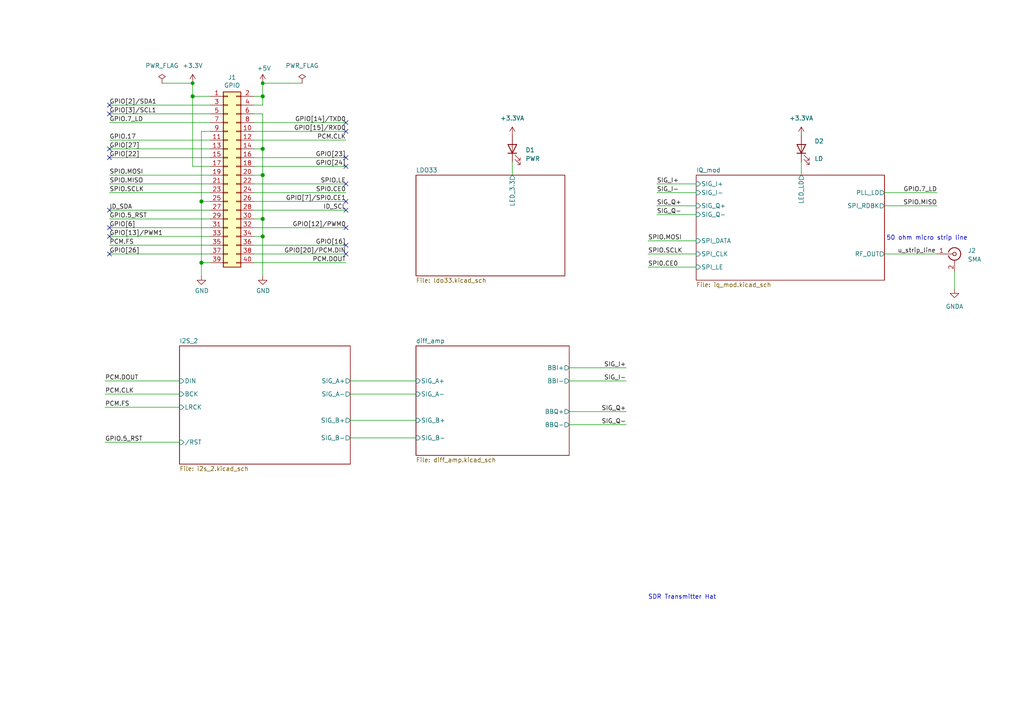
<source format=kicad_sch>
(kicad_sch (version 20211123) (generator eeschema)

  (uuid e63e39d7-6ac0-4ffd-8aa3-1841a4541b55)

  (paper "A4")

  (title_block
    (date "2022-11-29")
  )

  (lib_symbols
    (symbol "Connector:Conn_Coaxial" (pin_names (offset 1.016) hide) (in_bom yes) (on_board yes)
      (property "Reference" "J" (id 0) (at 0.254 3.048 0)
        (effects (font (size 1.27 1.27)))
      )
      (property "Value" "Conn_Coaxial" (id 1) (at 2.921 0 90)
        (effects (font (size 1.27 1.27)))
      )
      (property "Footprint" "" (id 2) (at 0 0 0)
        (effects (font (size 1.27 1.27)) hide)
      )
      (property "Datasheet" " ~" (id 3) (at 0 0 0)
        (effects (font (size 1.27 1.27)) hide)
      )
      (property "ki_keywords" "BNC SMA SMB SMC LEMO coaxial connector CINCH RCA" (id 4) (at 0 0 0)
        (effects (font (size 1.27 1.27)) hide)
      )
      (property "ki_description" "coaxial connector (BNC, SMA, SMB, SMC, Cinch/RCA, LEMO, ...)" (id 5) (at 0 0 0)
        (effects (font (size 1.27 1.27)) hide)
      )
      (property "ki_fp_filters" "*BNC* *SMA* *SMB* *SMC* *Cinch* *LEMO*" (id 6) (at 0 0 0)
        (effects (font (size 1.27 1.27)) hide)
      )
      (symbol "Conn_Coaxial_0_1"
        (arc (start -1.778 -0.508) (mid 0.2311 -1.8066) (end 1.778 0)
          (stroke (width 0.254) (type default) (color 0 0 0 0))
          (fill (type none))
        )
        (polyline
          (pts
            (xy -2.54 0)
            (xy -0.508 0)
          )
          (stroke (width 0) (type default) (color 0 0 0 0))
          (fill (type none))
        )
        (polyline
          (pts
            (xy 0 -2.54)
            (xy 0 -1.778)
          )
          (stroke (width 0) (type default) (color 0 0 0 0))
          (fill (type none))
        )
        (circle (center 0 0) (radius 0.508)
          (stroke (width 0.2032) (type default) (color 0 0 0 0))
          (fill (type none))
        )
        (arc (start 1.778 0) (mid 0.2099 1.8101) (end -1.778 0.508)
          (stroke (width 0.254) (type default) (color 0 0 0 0))
          (fill (type none))
        )
      )
      (symbol "Conn_Coaxial_1_1"
        (pin passive line (at -5.08 0 0) (length 2.54)
          (name "In" (effects (font (size 1.27 1.27))))
          (number "1" (effects (font (size 1.27 1.27))))
        )
        (pin passive line (at 0 -5.08 90) (length 2.54)
          (name "Ext" (effects (font (size 1.27 1.27))))
          (number "2" (effects (font (size 1.27 1.27))))
        )
      )
    )
    (symbol "Connector_Generic:Conn_02x20_Odd_Even" (pin_names (offset 1.016) hide) (in_bom yes) (on_board yes)
      (property "Reference" "J" (id 0) (at 1.27 25.4 0)
        (effects (font (size 1.27 1.27)))
      )
      (property "Value" "Conn_02x20_Odd_Even" (id 1) (at 1.27 -27.94 0)
        (effects (font (size 1.27 1.27)))
      )
      (property "Footprint" "" (id 2) (at 0 0 0)
        (effects (font (size 1.27 1.27)) hide)
      )
      (property "Datasheet" "~" (id 3) (at 0 0 0)
        (effects (font (size 1.27 1.27)) hide)
      )
      (property "ki_keywords" "connector" (id 4) (at 0 0 0)
        (effects (font (size 1.27 1.27)) hide)
      )
      (property "ki_description" "Generic connector, double row, 02x20, odd/even pin numbering scheme (row 1 odd numbers, row 2 even numbers), script generated (kicad-library-utils/schlib/autogen/connector/)" (id 5) (at 0 0 0)
        (effects (font (size 1.27 1.27)) hide)
      )
      (property "ki_fp_filters" "Connector*:*_2x??_*" (id 6) (at 0 0 0)
        (effects (font (size 1.27 1.27)) hide)
      )
      (symbol "Conn_02x20_Odd_Even_1_1"
        (rectangle (start -1.27 -25.273) (end 0 -25.527)
          (stroke (width 0.1524) (type default) (color 0 0 0 0))
          (fill (type none))
        )
        (rectangle (start -1.27 -22.733) (end 0 -22.987)
          (stroke (width 0.1524) (type default) (color 0 0 0 0))
          (fill (type none))
        )
        (rectangle (start -1.27 -20.193) (end 0 -20.447)
          (stroke (width 0.1524) (type default) (color 0 0 0 0))
          (fill (type none))
        )
        (rectangle (start -1.27 -17.653) (end 0 -17.907)
          (stroke (width 0.1524) (type default) (color 0 0 0 0))
          (fill (type none))
        )
        (rectangle (start -1.27 -15.113) (end 0 -15.367)
          (stroke (width 0.1524) (type default) (color 0 0 0 0))
          (fill (type none))
        )
        (rectangle (start -1.27 -12.573) (end 0 -12.827)
          (stroke (width 0.1524) (type default) (color 0 0 0 0))
          (fill (type none))
        )
        (rectangle (start -1.27 -10.033) (end 0 -10.287)
          (stroke (width 0.1524) (type default) (color 0 0 0 0))
          (fill (type none))
        )
        (rectangle (start -1.27 -7.493) (end 0 -7.747)
          (stroke (width 0.1524) (type default) (color 0 0 0 0))
          (fill (type none))
        )
        (rectangle (start -1.27 -4.953) (end 0 -5.207)
          (stroke (width 0.1524) (type default) (color 0 0 0 0))
          (fill (type none))
        )
        (rectangle (start -1.27 -2.413) (end 0 -2.667)
          (stroke (width 0.1524) (type default) (color 0 0 0 0))
          (fill (type none))
        )
        (rectangle (start -1.27 0.127) (end 0 -0.127)
          (stroke (width 0.1524) (type default) (color 0 0 0 0))
          (fill (type none))
        )
        (rectangle (start -1.27 2.667) (end 0 2.413)
          (stroke (width 0.1524) (type default) (color 0 0 0 0))
          (fill (type none))
        )
        (rectangle (start -1.27 5.207) (end 0 4.953)
          (stroke (width 0.1524) (type default) (color 0 0 0 0))
          (fill (type none))
        )
        (rectangle (start -1.27 7.747) (end 0 7.493)
          (stroke (width 0.1524) (type default) (color 0 0 0 0))
          (fill (type none))
        )
        (rectangle (start -1.27 10.287) (end 0 10.033)
          (stroke (width 0.1524) (type default) (color 0 0 0 0))
          (fill (type none))
        )
        (rectangle (start -1.27 12.827) (end 0 12.573)
          (stroke (width 0.1524) (type default) (color 0 0 0 0))
          (fill (type none))
        )
        (rectangle (start -1.27 15.367) (end 0 15.113)
          (stroke (width 0.1524) (type default) (color 0 0 0 0))
          (fill (type none))
        )
        (rectangle (start -1.27 17.907) (end 0 17.653)
          (stroke (width 0.1524) (type default) (color 0 0 0 0))
          (fill (type none))
        )
        (rectangle (start -1.27 20.447) (end 0 20.193)
          (stroke (width 0.1524) (type default) (color 0 0 0 0))
          (fill (type none))
        )
        (rectangle (start -1.27 22.987) (end 0 22.733)
          (stroke (width 0.1524) (type default) (color 0 0 0 0))
          (fill (type none))
        )
        (rectangle (start -1.27 24.13) (end 3.81 -26.67)
          (stroke (width 0.254) (type default) (color 0 0 0 0))
          (fill (type background))
        )
        (rectangle (start 3.81 -25.273) (end 2.54 -25.527)
          (stroke (width 0.1524) (type default) (color 0 0 0 0))
          (fill (type none))
        )
        (rectangle (start 3.81 -22.733) (end 2.54 -22.987)
          (stroke (width 0.1524) (type default) (color 0 0 0 0))
          (fill (type none))
        )
        (rectangle (start 3.81 -20.193) (end 2.54 -20.447)
          (stroke (width 0.1524) (type default) (color 0 0 0 0))
          (fill (type none))
        )
        (rectangle (start 3.81 -17.653) (end 2.54 -17.907)
          (stroke (width 0.1524) (type default) (color 0 0 0 0))
          (fill (type none))
        )
        (rectangle (start 3.81 -15.113) (end 2.54 -15.367)
          (stroke (width 0.1524) (type default) (color 0 0 0 0))
          (fill (type none))
        )
        (rectangle (start 3.81 -12.573) (end 2.54 -12.827)
          (stroke (width 0.1524) (type default) (color 0 0 0 0))
          (fill (type none))
        )
        (rectangle (start 3.81 -10.033) (end 2.54 -10.287)
          (stroke (width 0.1524) (type default) (color 0 0 0 0))
          (fill (type none))
        )
        (rectangle (start 3.81 -7.493) (end 2.54 -7.747)
          (stroke (width 0.1524) (type default) (color 0 0 0 0))
          (fill (type none))
        )
        (rectangle (start 3.81 -4.953) (end 2.54 -5.207)
          (stroke (width 0.1524) (type default) (color 0 0 0 0))
          (fill (type none))
        )
        (rectangle (start 3.81 -2.413) (end 2.54 -2.667)
          (stroke (width 0.1524) (type default) (color 0 0 0 0))
          (fill (type none))
        )
        (rectangle (start 3.81 0.127) (end 2.54 -0.127)
          (stroke (width 0.1524) (type default) (color 0 0 0 0))
          (fill (type none))
        )
        (rectangle (start 3.81 2.667) (end 2.54 2.413)
          (stroke (width 0.1524) (type default) (color 0 0 0 0))
          (fill (type none))
        )
        (rectangle (start 3.81 5.207) (end 2.54 4.953)
          (stroke (width 0.1524) (type default) (color 0 0 0 0))
          (fill (type none))
        )
        (rectangle (start 3.81 7.747) (end 2.54 7.493)
          (stroke (width 0.1524) (type default) (color 0 0 0 0))
          (fill (type none))
        )
        (rectangle (start 3.81 10.287) (end 2.54 10.033)
          (stroke (width 0.1524) (type default) (color 0 0 0 0))
          (fill (type none))
        )
        (rectangle (start 3.81 12.827) (end 2.54 12.573)
          (stroke (width 0.1524) (type default) (color 0 0 0 0))
          (fill (type none))
        )
        (rectangle (start 3.81 15.367) (end 2.54 15.113)
          (stroke (width 0.1524) (type default) (color 0 0 0 0))
          (fill (type none))
        )
        (rectangle (start 3.81 17.907) (end 2.54 17.653)
          (stroke (width 0.1524) (type default) (color 0 0 0 0))
          (fill (type none))
        )
        (rectangle (start 3.81 20.447) (end 2.54 20.193)
          (stroke (width 0.1524) (type default) (color 0 0 0 0))
          (fill (type none))
        )
        (rectangle (start 3.81 22.987) (end 2.54 22.733)
          (stroke (width 0.1524) (type default) (color 0 0 0 0))
          (fill (type none))
        )
        (pin passive line (at -5.08 22.86 0) (length 3.81)
          (name "Pin_1" (effects (font (size 1.27 1.27))))
          (number "1" (effects (font (size 1.27 1.27))))
        )
        (pin passive line (at 7.62 12.7 180) (length 3.81)
          (name "Pin_10" (effects (font (size 1.27 1.27))))
          (number "10" (effects (font (size 1.27 1.27))))
        )
        (pin passive line (at -5.08 10.16 0) (length 3.81)
          (name "Pin_11" (effects (font (size 1.27 1.27))))
          (number "11" (effects (font (size 1.27 1.27))))
        )
        (pin passive line (at 7.62 10.16 180) (length 3.81)
          (name "Pin_12" (effects (font (size 1.27 1.27))))
          (number "12" (effects (font (size 1.27 1.27))))
        )
        (pin passive line (at -5.08 7.62 0) (length 3.81)
          (name "Pin_13" (effects (font (size 1.27 1.27))))
          (number "13" (effects (font (size 1.27 1.27))))
        )
        (pin passive line (at 7.62 7.62 180) (length 3.81)
          (name "Pin_14" (effects (font (size 1.27 1.27))))
          (number "14" (effects (font (size 1.27 1.27))))
        )
        (pin passive line (at -5.08 5.08 0) (length 3.81)
          (name "Pin_15" (effects (font (size 1.27 1.27))))
          (number "15" (effects (font (size 1.27 1.27))))
        )
        (pin passive line (at 7.62 5.08 180) (length 3.81)
          (name "Pin_16" (effects (font (size 1.27 1.27))))
          (number "16" (effects (font (size 1.27 1.27))))
        )
        (pin passive line (at -5.08 2.54 0) (length 3.81)
          (name "Pin_17" (effects (font (size 1.27 1.27))))
          (number "17" (effects (font (size 1.27 1.27))))
        )
        (pin passive line (at 7.62 2.54 180) (length 3.81)
          (name "Pin_18" (effects (font (size 1.27 1.27))))
          (number "18" (effects (font (size 1.27 1.27))))
        )
        (pin passive line (at -5.08 0 0) (length 3.81)
          (name "Pin_19" (effects (font (size 1.27 1.27))))
          (number "19" (effects (font (size 1.27 1.27))))
        )
        (pin passive line (at 7.62 22.86 180) (length 3.81)
          (name "Pin_2" (effects (font (size 1.27 1.27))))
          (number "2" (effects (font (size 1.27 1.27))))
        )
        (pin passive line (at 7.62 0 180) (length 3.81)
          (name "Pin_20" (effects (font (size 1.27 1.27))))
          (number "20" (effects (font (size 1.27 1.27))))
        )
        (pin passive line (at -5.08 -2.54 0) (length 3.81)
          (name "Pin_21" (effects (font (size 1.27 1.27))))
          (number "21" (effects (font (size 1.27 1.27))))
        )
        (pin passive line (at 7.62 -2.54 180) (length 3.81)
          (name "Pin_22" (effects (font (size 1.27 1.27))))
          (number "22" (effects (font (size 1.27 1.27))))
        )
        (pin passive line (at -5.08 -5.08 0) (length 3.81)
          (name "Pin_23" (effects (font (size 1.27 1.27))))
          (number "23" (effects (font (size 1.27 1.27))))
        )
        (pin passive line (at 7.62 -5.08 180) (length 3.81)
          (name "Pin_24" (effects (font (size 1.27 1.27))))
          (number "24" (effects (font (size 1.27 1.27))))
        )
        (pin passive line (at -5.08 -7.62 0) (length 3.81)
          (name "Pin_25" (effects (font (size 1.27 1.27))))
          (number "25" (effects (font (size 1.27 1.27))))
        )
        (pin passive line (at 7.62 -7.62 180) (length 3.81)
          (name "Pin_26" (effects (font (size 1.27 1.27))))
          (number "26" (effects (font (size 1.27 1.27))))
        )
        (pin passive line (at -5.08 -10.16 0) (length 3.81)
          (name "Pin_27" (effects (font (size 1.27 1.27))))
          (number "27" (effects (font (size 1.27 1.27))))
        )
        (pin passive line (at 7.62 -10.16 180) (length 3.81)
          (name "Pin_28" (effects (font (size 1.27 1.27))))
          (number "28" (effects (font (size 1.27 1.27))))
        )
        (pin passive line (at -5.08 -12.7 0) (length 3.81)
          (name "Pin_29" (effects (font (size 1.27 1.27))))
          (number "29" (effects (font (size 1.27 1.27))))
        )
        (pin passive line (at -5.08 20.32 0) (length 3.81)
          (name "Pin_3" (effects (font (size 1.27 1.27))))
          (number "3" (effects (font (size 1.27 1.27))))
        )
        (pin passive line (at 7.62 -12.7 180) (length 3.81)
          (name "Pin_30" (effects (font (size 1.27 1.27))))
          (number "30" (effects (font (size 1.27 1.27))))
        )
        (pin passive line (at -5.08 -15.24 0) (length 3.81)
          (name "Pin_31" (effects (font (size 1.27 1.27))))
          (number "31" (effects (font (size 1.27 1.27))))
        )
        (pin passive line (at 7.62 -15.24 180) (length 3.81)
          (name "Pin_32" (effects (font (size 1.27 1.27))))
          (number "32" (effects (font (size 1.27 1.27))))
        )
        (pin passive line (at -5.08 -17.78 0) (length 3.81)
          (name "Pin_33" (effects (font (size 1.27 1.27))))
          (number "33" (effects (font (size 1.27 1.27))))
        )
        (pin passive line (at 7.62 -17.78 180) (length 3.81)
          (name "Pin_34" (effects (font (size 1.27 1.27))))
          (number "34" (effects (font (size 1.27 1.27))))
        )
        (pin passive line (at -5.08 -20.32 0) (length 3.81)
          (name "Pin_35" (effects (font (size 1.27 1.27))))
          (number "35" (effects (font (size 1.27 1.27))))
        )
        (pin passive line (at 7.62 -20.32 180) (length 3.81)
          (name "Pin_36" (effects (font (size 1.27 1.27))))
          (number "36" (effects (font (size 1.27 1.27))))
        )
        (pin passive line (at -5.08 -22.86 0) (length 3.81)
          (name "Pin_37" (effects (font (size 1.27 1.27))))
          (number "37" (effects (font (size 1.27 1.27))))
        )
        (pin passive line (at 7.62 -22.86 180) (length 3.81)
          (name "Pin_38" (effects (font (size 1.27 1.27))))
          (number "38" (effects (font (size 1.27 1.27))))
        )
        (pin passive line (at -5.08 -25.4 0) (length 3.81)
          (name "Pin_39" (effects (font (size 1.27 1.27))))
          (number "39" (effects (font (size 1.27 1.27))))
        )
        (pin passive line (at 7.62 20.32 180) (length 3.81)
          (name "Pin_4" (effects (font (size 1.27 1.27))))
          (number "4" (effects (font (size 1.27 1.27))))
        )
        (pin passive line (at 7.62 -25.4 180) (length 3.81)
          (name "Pin_40" (effects (font (size 1.27 1.27))))
          (number "40" (effects (font (size 1.27 1.27))))
        )
        (pin passive line (at -5.08 17.78 0) (length 3.81)
          (name "Pin_5" (effects (font (size 1.27 1.27))))
          (number "5" (effects (font (size 1.27 1.27))))
        )
        (pin passive line (at 7.62 17.78 180) (length 3.81)
          (name "Pin_6" (effects (font (size 1.27 1.27))))
          (number "6" (effects (font (size 1.27 1.27))))
        )
        (pin passive line (at -5.08 15.24 0) (length 3.81)
          (name "Pin_7" (effects (font (size 1.27 1.27))))
          (number "7" (effects (font (size 1.27 1.27))))
        )
        (pin passive line (at 7.62 15.24 180) (length 3.81)
          (name "Pin_8" (effects (font (size 1.27 1.27))))
          (number "8" (effects (font (size 1.27 1.27))))
        )
        (pin passive line (at -5.08 12.7 0) (length 3.81)
          (name "Pin_9" (effects (font (size 1.27 1.27))))
          (number "9" (effects (font (size 1.27 1.27))))
        )
      )
    )
    (symbol "Device:LED" (pin_numbers hide) (pin_names (offset 1.016) hide) (in_bom yes) (on_board yes)
      (property "Reference" "D" (id 0) (at 0 2.54 0)
        (effects (font (size 1.27 1.27)))
      )
      (property "Value" "LED" (id 1) (at 0 -2.54 0)
        (effects (font (size 1.27 1.27)))
      )
      (property "Footprint" "" (id 2) (at 0 0 0)
        (effects (font (size 1.27 1.27)) hide)
      )
      (property "Datasheet" "~" (id 3) (at 0 0 0)
        (effects (font (size 1.27 1.27)) hide)
      )
      (property "ki_keywords" "LED diode" (id 4) (at 0 0 0)
        (effects (font (size 1.27 1.27)) hide)
      )
      (property "ki_description" "Light emitting diode" (id 5) (at 0 0 0)
        (effects (font (size 1.27 1.27)) hide)
      )
      (property "ki_fp_filters" "LED* LED_SMD:* LED_THT:*" (id 6) (at 0 0 0)
        (effects (font (size 1.27 1.27)) hide)
      )
      (symbol "LED_0_1"
        (polyline
          (pts
            (xy -1.27 -1.27)
            (xy -1.27 1.27)
          )
          (stroke (width 0.254) (type default) (color 0 0 0 0))
          (fill (type none))
        )
        (polyline
          (pts
            (xy -1.27 0)
            (xy 1.27 0)
          )
          (stroke (width 0) (type default) (color 0 0 0 0))
          (fill (type none))
        )
        (polyline
          (pts
            (xy 1.27 -1.27)
            (xy 1.27 1.27)
            (xy -1.27 0)
            (xy 1.27 -1.27)
          )
          (stroke (width 0.254) (type default) (color 0 0 0 0))
          (fill (type none))
        )
        (polyline
          (pts
            (xy -3.048 -0.762)
            (xy -4.572 -2.286)
            (xy -3.81 -2.286)
            (xy -4.572 -2.286)
            (xy -4.572 -1.524)
          )
          (stroke (width 0) (type default) (color 0 0 0 0))
          (fill (type none))
        )
        (polyline
          (pts
            (xy -1.778 -0.762)
            (xy -3.302 -2.286)
            (xy -2.54 -2.286)
            (xy -3.302 -2.286)
            (xy -3.302 -1.524)
          )
          (stroke (width 0) (type default) (color 0 0 0 0))
          (fill (type none))
        )
      )
      (symbol "LED_1_1"
        (pin passive line (at -3.81 0 0) (length 2.54)
          (name "K" (effects (font (size 1.27 1.27))))
          (number "1" (effects (font (size 1.27 1.27))))
        )
        (pin passive line (at 3.81 0 180) (length 2.54)
          (name "A" (effects (font (size 1.27 1.27))))
          (number "2" (effects (font (size 1.27 1.27))))
        )
      )
    )
    (symbol "power:+3.3V" (power) (pin_names (offset 0)) (in_bom yes) (on_board yes)
      (property "Reference" "#PWR" (id 0) (at 0 -3.81 0)
        (effects (font (size 1.27 1.27)) hide)
      )
      (property "Value" "+3.3V" (id 1) (at 0 3.556 0)
        (effects (font (size 1.27 1.27)))
      )
      (property "Footprint" "" (id 2) (at 0 0 0)
        (effects (font (size 1.27 1.27)) hide)
      )
      (property "Datasheet" "" (id 3) (at 0 0 0)
        (effects (font (size 1.27 1.27)) hide)
      )
      (property "ki_keywords" "power-flag" (id 4) (at 0 0 0)
        (effects (font (size 1.27 1.27)) hide)
      )
      (property "ki_description" "Power symbol creates a global label with name \"+3.3V\"" (id 5) (at 0 0 0)
        (effects (font (size 1.27 1.27)) hide)
      )
      (symbol "+3.3V_0_1"
        (polyline
          (pts
            (xy -0.762 1.27)
            (xy 0 2.54)
          )
          (stroke (width 0) (type default) (color 0 0 0 0))
          (fill (type none))
        )
        (polyline
          (pts
            (xy 0 0)
            (xy 0 2.54)
          )
          (stroke (width 0) (type default) (color 0 0 0 0))
          (fill (type none))
        )
        (polyline
          (pts
            (xy 0 2.54)
            (xy 0.762 1.27)
          )
          (stroke (width 0) (type default) (color 0 0 0 0))
          (fill (type none))
        )
      )
      (symbol "+3.3V_1_1"
        (pin power_in line (at 0 0 90) (length 0) hide
          (name "+3.3V" (effects (font (size 1.27 1.27))))
          (number "1" (effects (font (size 1.27 1.27))))
        )
      )
    )
    (symbol "power:+3.3VA" (power) (pin_names (offset 0)) (in_bom yes) (on_board yes)
      (property "Reference" "#PWR" (id 0) (at 0 -3.81 0)
        (effects (font (size 1.27 1.27)) hide)
      )
      (property "Value" "+3.3VA" (id 1) (at 0 3.556 0)
        (effects (font (size 1.27 1.27)))
      )
      (property "Footprint" "" (id 2) (at 0 0 0)
        (effects (font (size 1.27 1.27)) hide)
      )
      (property "Datasheet" "" (id 3) (at 0 0 0)
        (effects (font (size 1.27 1.27)) hide)
      )
      (property "ki_keywords" "power-flag" (id 4) (at 0 0 0)
        (effects (font (size 1.27 1.27)) hide)
      )
      (property "ki_description" "Power symbol creates a global label with name \"+3.3VA\"" (id 5) (at 0 0 0)
        (effects (font (size 1.27 1.27)) hide)
      )
      (symbol "+3.3VA_0_1"
        (polyline
          (pts
            (xy -0.762 1.27)
            (xy 0 2.54)
          )
          (stroke (width 0) (type default) (color 0 0 0 0))
          (fill (type none))
        )
        (polyline
          (pts
            (xy 0 0)
            (xy 0 2.54)
          )
          (stroke (width 0) (type default) (color 0 0 0 0))
          (fill (type none))
        )
        (polyline
          (pts
            (xy 0 2.54)
            (xy 0.762 1.27)
          )
          (stroke (width 0) (type default) (color 0 0 0 0))
          (fill (type none))
        )
      )
      (symbol "+3.3VA_1_1"
        (pin power_in line (at 0 0 90) (length 0) hide
          (name "+3.3VA" (effects (font (size 1.27 1.27))))
          (number "1" (effects (font (size 1.27 1.27))))
        )
      )
    )
    (symbol "power:+5V" (power) (pin_names (offset 0)) (in_bom yes) (on_board yes)
      (property "Reference" "#PWR" (id 0) (at 0 -3.81 0)
        (effects (font (size 1.27 1.27)) hide)
      )
      (property "Value" "+5V" (id 1) (at 0 3.556 0)
        (effects (font (size 1.27 1.27)))
      )
      (property "Footprint" "" (id 2) (at 0 0 0)
        (effects (font (size 1.27 1.27)) hide)
      )
      (property "Datasheet" "" (id 3) (at 0 0 0)
        (effects (font (size 1.27 1.27)) hide)
      )
      (property "ki_keywords" "power-flag" (id 4) (at 0 0 0)
        (effects (font (size 1.27 1.27)) hide)
      )
      (property "ki_description" "Power symbol creates a global label with name \"+5V\"" (id 5) (at 0 0 0)
        (effects (font (size 1.27 1.27)) hide)
      )
      (symbol "+5V_0_1"
        (polyline
          (pts
            (xy -0.762 1.27)
            (xy 0 2.54)
          )
          (stroke (width 0) (type default) (color 0 0 0 0))
          (fill (type none))
        )
        (polyline
          (pts
            (xy 0 0)
            (xy 0 2.54)
          )
          (stroke (width 0) (type default) (color 0 0 0 0))
          (fill (type none))
        )
        (polyline
          (pts
            (xy 0 2.54)
            (xy 0.762 1.27)
          )
          (stroke (width 0) (type default) (color 0 0 0 0))
          (fill (type none))
        )
      )
      (symbol "+5V_1_1"
        (pin power_in line (at 0 0 90) (length 0) hide
          (name "+5V" (effects (font (size 1.27 1.27))))
          (number "1" (effects (font (size 1.27 1.27))))
        )
      )
    )
    (symbol "power:GND" (power) (pin_names (offset 0)) (in_bom yes) (on_board yes)
      (property "Reference" "#PWR" (id 0) (at 0 -6.35 0)
        (effects (font (size 1.27 1.27)) hide)
      )
      (property "Value" "GND" (id 1) (at 0 -3.81 0)
        (effects (font (size 1.27 1.27)))
      )
      (property "Footprint" "" (id 2) (at 0 0 0)
        (effects (font (size 1.27 1.27)) hide)
      )
      (property "Datasheet" "" (id 3) (at 0 0 0)
        (effects (font (size 1.27 1.27)) hide)
      )
      (property "ki_keywords" "power-flag" (id 4) (at 0 0 0)
        (effects (font (size 1.27 1.27)) hide)
      )
      (property "ki_description" "Power symbol creates a global label with name \"GND\" , ground" (id 5) (at 0 0 0)
        (effects (font (size 1.27 1.27)) hide)
      )
      (symbol "GND_0_1"
        (polyline
          (pts
            (xy 0 0)
            (xy 0 -1.27)
            (xy 1.27 -1.27)
            (xy 0 -2.54)
            (xy -1.27 -1.27)
            (xy 0 -1.27)
          )
          (stroke (width 0) (type default) (color 0 0 0 0))
          (fill (type none))
        )
      )
      (symbol "GND_1_1"
        (pin power_in line (at 0 0 270) (length 0) hide
          (name "GND" (effects (font (size 1.27 1.27))))
          (number "1" (effects (font (size 1.27 1.27))))
        )
      )
    )
    (symbol "power:GNDA" (power) (pin_names (offset 0)) (in_bom yes) (on_board yes)
      (property "Reference" "#PWR" (id 0) (at 0 -6.35 0)
        (effects (font (size 1.27 1.27)) hide)
      )
      (property "Value" "GNDA" (id 1) (at 0 -3.81 0)
        (effects (font (size 1.27 1.27)))
      )
      (property "Footprint" "" (id 2) (at 0 0 0)
        (effects (font (size 1.27 1.27)) hide)
      )
      (property "Datasheet" "" (id 3) (at 0 0 0)
        (effects (font (size 1.27 1.27)) hide)
      )
      (property "ki_keywords" "power-flag" (id 4) (at 0 0 0)
        (effects (font (size 1.27 1.27)) hide)
      )
      (property "ki_description" "Power symbol creates a global label with name \"GNDA\" , analog ground" (id 5) (at 0 0 0)
        (effects (font (size 1.27 1.27)) hide)
      )
      (symbol "GNDA_0_1"
        (polyline
          (pts
            (xy 0 0)
            (xy 0 -1.27)
            (xy 1.27 -1.27)
            (xy 0 -2.54)
            (xy -1.27 -1.27)
            (xy 0 -1.27)
          )
          (stroke (width 0) (type default) (color 0 0 0 0))
          (fill (type none))
        )
      )
      (symbol "GNDA_1_1"
        (pin power_in line (at 0 0 270) (length 0) hide
          (name "GNDA" (effects (font (size 1.27 1.27))))
          (number "1" (effects (font (size 1.27 1.27))))
        )
      )
    )
    (symbol "power:PWR_FLAG" (power) (pin_numbers hide) (pin_names (offset 0) hide) (in_bom yes) (on_board yes)
      (property "Reference" "#FLG" (id 0) (at 0 1.905 0)
        (effects (font (size 1.27 1.27)) hide)
      )
      (property "Value" "PWR_FLAG" (id 1) (at 0 3.81 0)
        (effects (font (size 1.27 1.27)))
      )
      (property "Footprint" "" (id 2) (at 0 0 0)
        (effects (font (size 1.27 1.27)) hide)
      )
      (property "Datasheet" "~" (id 3) (at 0 0 0)
        (effects (font (size 1.27 1.27)) hide)
      )
      (property "ki_keywords" "power-flag" (id 4) (at 0 0 0)
        (effects (font (size 1.27 1.27)) hide)
      )
      (property "ki_description" "Special symbol for telling ERC where power comes from" (id 5) (at 0 0 0)
        (effects (font (size 1.27 1.27)) hide)
      )
      (symbol "PWR_FLAG_0_0"
        (pin power_out line (at 0 0 90) (length 0)
          (name "pwr" (effects (font (size 1.27 1.27))))
          (number "1" (effects (font (size 1.27 1.27))))
        )
      )
      (symbol "PWR_FLAG_0_1"
        (polyline
          (pts
            (xy 0 0)
            (xy 0 1.27)
            (xy -1.016 1.905)
            (xy 0 2.54)
            (xy 1.016 1.905)
            (xy 0 1.27)
          )
          (stroke (width 0) (type default) (color 0 0 0 0))
          (fill (type none))
        )
      )
    )
  )

  (junction (at 76.2 27.94) (diameter 1.016) (color 0 0 0 0)
    (uuid 0eaa98f0-9565-4637-ace3-42a5231b07f7)
  )
  (junction (at 55.88 24.13) (diameter 0) (color 0 0 0 0)
    (uuid 14d8fee8-9f34-43e4-90aa-e616224b180d)
  )
  (junction (at 76.2 43.18) (diameter 1.016) (color 0 0 0 0)
    (uuid 181abe7a-f941-42b6-bd46-aaa3131f90fb)
  )
  (junction (at 58.42 76.2) (diameter 1.016) (color 0 0 0 0)
    (uuid 704d6d51-bb34-4cbf-83d8-841e208048d8)
  )
  (junction (at 58.42 58.42) (diameter 1.016) (color 0 0 0 0)
    (uuid 8174b4de-74b1-48db-ab8e-c8432251095b)
  )
  (junction (at 76.2 24.13) (diameter 0) (color 0 0 0 0)
    (uuid 8ae96e56-b0c8-439c-b061-d676bccd2b26)
  )
  (junction (at 76.2 68.58) (diameter 1.016) (color 0 0 0 0)
    (uuid 9340c285-5767-42d5-8b6d-63fe2a40ddf3)
  )
  (junction (at 76.2 63.5) (diameter 1.016) (color 0 0 0 0)
    (uuid c41b3c8b-634e-435a-b582-96b83bbd4032)
  )
  (junction (at 76.2 50.8) (diameter 1.016) (color 0 0 0 0)
    (uuid ce83728b-bebd-48c2-8734-b6a50d837931)
  )
  (junction (at 55.88 27.94) (diameter 1.016) (color 0 0 0 0)
    (uuid fd470e95-4861-44fe-b1e4-6d8a7c66e144)
  )

  (no_connect (at 100.33 53.34) (uuid 6fc6f2e9-cd92-4fe1-8bc0-a4529b4d739a))
  (no_connect (at 31.75 68.58) (uuid a4dcc50d-0ea6-4061-955f-a1569db9c045))
  (no_connect (at 31.75 73.66) (uuid a4dcc50d-0ea6-4061-955f-a1569db9c046))
  (no_connect (at 100.33 66.04) (uuid a4dcc50d-0ea6-4061-955f-a1569db9c047))
  (no_connect (at 100.33 73.66) (uuid a4dcc50d-0ea6-4061-955f-a1569db9c048))
  (no_connect (at 100.33 71.12) (uuid a4dcc50d-0ea6-4061-955f-a1569db9c049))
  (no_connect (at 100.33 35.56) (uuid a4dcc50d-0ea6-4061-955f-a1569db9c04a))
  (no_connect (at 100.33 38.1) (uuid a4dcc50d-0ea6-4061-955f-a1569db9c04b))
  (no_connect (at 100.33 45.72) (uuid a4dcc50d-0ea6-4061-955f-a1569db9c04c))
  (no_connect (at 100.33 60.96) (uuid a4dcc50d-0ea6-4061-955f-a1569db9c04d))
  (no_connect (at 100.33 48.26) (uuid a4dcc50d-0ea6-4061-955f-a1569db9c04e))
  (no_connect (at 100.33 58.42) (uuid a4dcc50d-0ea6-4061-955f-a1569db9c050))
  (no_connect (at 31.75 43.18) (uuid a4dcc50d-0ea6-4061-955f-a1569db9c051))
  (no_connect (at 31.75 45.72) (uuid a4dcc50d-0ea6-4061-955f-a1569db9c052))
  (no_connect (at 31.75 30.48) (uuid a4dcc50d-0ea6-4061-955f-a1569db9c053))
  (no_connect (at 31.75 33.02) (uuid a4dcc50d-0ea6-4061-955f-a1569db9c054))
  (no_connect (at 31.75 60.96) (uuid a4dcc50d-0ea6-4061-955f-a1569db9c055))
  (no_connect (at 31.75 66.04) (uuid a4dcc50d-0ea6-4061-955f-a1569db9c057))

  (wire (pts (xy 187.96 73.66) (xy 201.93 73.66))
    (stroke (width 0) (type default) (color 0 0 0 0))
    (uuid 011b4c0a-a924-44a7-b232-843dd796ca6d)
  )
  (wire (pts (xy 58.42 58.42) (xy 58.42 76.2))
    (stroke (width 0) (type solid) (color 0 0 0 0))
    (uuid 015c5535-b3ef-4c28-99b9-4f3baef056f3)
  )
  (wire (pts (xy 73.66 58.42) (xy 100.33 58.42))
    (stroke (width 0) (type solid) (color 0 0 0 0))
    (uuid 01e536fb-12ab-43ce-a95e-82675e37d4b7)
  )
  (wire (pts (xy 30.48 110.49) (xy 52.07 110.49))
    (stroke (width 0) (type default) (color 0 0 0 0))
    (uuid 020dcb5e-7415-4485-9eab-9244c97b88eb)
  )
  (wire (pts (xy 60.96 40.64) (xy 31.75 40.64))
    (stroke (width 0) (type solid) (color 0 0 0 0))
    (uuid 0694ca26-7b8c-4c30-bae9-3b74fab1e60a)
  )
  (wire (pts (xy 76.2 33.02) (xy 76.2 43.18))
    (stroke (width 0) (type solid) (color 0 0 0 0))
    (uuid 0d143423-c9d6-49e3-8b7d-f1137d1a3509)
  )
  (wire (pts (xy 76.2 50.8) (xy 73.66 50.8))
    (stroke (width 0) (type solid) (color 0 0 0 0))
    (uuid 0ee91a98-576f-43c1-89f6-61acc2cb1f13)
  )
  (wire (pts (xy 76.2 63.5) (xy 76.2 68.58))
    (stroke (width 0) (type solid) (color 0 0 0 0))
    (uuid 164f1958-8ee6-4c3d-9df0-03613712fa6f)
  )
  (wire (pts (xy 76.2 50.8) (xy 76.2 63.5))
    (stroke (width 0) (type solid) (color 0 0 0 0))
    (uuid 252c2642-5979-4a84-8d39-11da2e3821fe)
  )
  (wire (pts (xy 73.66 35.56) (xy 100.33 35.56))
    (stroke (width 0) (type solid) (color 0 0 0 0))
    (uuid 2710a316-ad7d-4403-afc1-1df73ba69697)
  )
  (wire (pts (xy 58.42 38.1) (xy 58.42 58.42))
    (stroke (width 0) (type solid) (color 0 0 0 0))
    (uuid 29651976-85fe-45df-9d6a-4d640774cbbc)
  )
  (wire (pts (xy 58.42 38.1) (xy 60.96 38.1))
    (stroke (width 0) (type solid) (color 0 0 0 0))
    (uuid 335bbf29-f5b7-4e5a-993a-a34ce5ab5756)
  )
  (wire (pts (xy 73.66 55.88) (xy 100.33 55.88))
    (stroke (width 0) (type solid) (color 0 0 0 0))
    (uuid 3522f983-faf4-44f4-900c-086a3d364c60)
  )
  (wire (pts (xy 256.54 59.69) (xy 271.78 59.69))
    (stroke (width 0) (type default) (color 0 0 0 0))
    (uuid 37a78f66-4ed4-4a49-b509-f7e2895d2539)
  )
  (wire (pts (xy 60.96 60.96) (xy 31.75 60.96))
    (stroke (width 0) (type solid) (color 0 0 0 0))
    (uuid 37ae508e-6121-46a7-8162-5c727675dd10)
  )
  (wire (pts (xy 31.75 63.5) (xy 60.96 63.5))
    (stroke (width 0) (type solid) (color 0 0 0 0))
    (uuid 3b2261b8-cc6a-4f24-9a9d-8411b13f362c)
  )
  (wire (pts (xy 58.42 58.42) (xy 60.96 58.42))
    (stroke (width 0) (type solid) (color 0 0 0 0))
    (uuid 46f8757d-31ce-45ba-9242-48e76c9438b1)
  )
  (wire (pts (xy 73.66 45.72) (xy 100.33 45.72))
    (stroke (width 0) (type solid) (color 0 0 0 0))
    (uuid 4c544204-3530-479b-b097-35aa046ba896)
  )
  (wire (pts (xy 46.99 24.13) (xy 55.88 24.13))
    (stroke (width 0) (type default) (color 0 0 0 0))
    (uuid 53d4c8b4-f520-42aa-b7ff-43b329707b0a)
  )
  (wire (pts (xy 256.54 55.88) (xy 271.78 55.88))
    (stroke (width 0) (type default) (color 0 0 0 0))
    (uuid 54693f14-885c-4e53-ba18-f38c06020839)
  )
  (wire (pts (xy 73.66 76.2) (xy 100.33 76.2))
    (stroke (width 0) (type solid) (color 0 0 0 0))
    (uuid 55a29370-8495-4737-906c-8b505e228668)
  )
  (wire (pts (xy 58.42 76.2) (xy 58.42 80.01))
    (stroke (width 0) (type solid) (color 0 0 0 0))
    (uuid 55b53b1d-809a-4a85-8714-920d35727332)
  )
  (wire (pts (xy 31.75 43.18) (xy 60.96 43.18))
    (stroke (width 0) (type solid) (color 0 0 0 0))
    (uuid 55d9c53c-6409-4360-8797-b4f7b28c4137)
  )
  (wire (pts (xy 232.41 46.99) (xy 232.41 50.8))
    (stroke (width 0) (type default) (color 0 0 0 0))
    (uuid 568510e2-ef94-479e-bdda-6d93022d92c3)
  )
  (wire (pts (xy 55.88 24.13) (xy 55.88 27.94))
    (stroke (width 0) (type solid) (color 0 0 0 0))
    (uuid 57c01d09-da37-45de-b174-3ad4f982af7b)
  )
  (wire (pts (xy 30.48 128.27) (xy 52.07 128.27))
    (stroke (width 0) (type default) (color 0 0 0 0))
    (uuid 609d49f2-8b97-471f-a738-4eb7a08e7109)
  )
  (wire (pts (xy 165.1 106.68) (xy 181.61 106.68))
    (stroke (width 0) (type default) (color 0 0 0 0))
    (uuid 61b6b363-c637-436e-b514-218a876e87e6)
  )
  (wire (pts (xy 76.2 68.58) (xy 73.66 68.58))
    (stroke (width 0) (type solid) (color 0 0 0 0))
    (uuid 62f43b49-7566-4f4c-b16f-9b95531f6d28)
  )
  (wire (pts (xy 190.5 55.88) (xy 201.93 55.88))
    (stroke (width 0) (type default) (color 0 0 0 0))
    (uuid 63acc57f-feb3-4ba0-976c-f13d92088e30)
  )
  (wire (pts (xy 187.96 69.85) (xy 201.93 69.85))
    (stroke (width 0) (type default) (color 0 0 0 0))
    (uuid 6716d530-c7a9-4380-91d2-e676e6a0c08a)
  )
  (wire (pts (xy 31.75 33.02) (xy 60.96 33.02))
    (stroke (width 0) (type solid) (color 0 0 0 0))
    (uuid 67559638-167e-4f06-9757-aeeebf7e8930)
  )
  (wire (pts (xy 31.75 55.88) (xy 60.96 55.88))
    (stroke (width 0) (type solid) (color 0 0 0 0))
    (uuid 6c897b01-6835-4bf3-885d-4b22704f8f6e)
  )
  (wire (pts (xy 165.1 123.19) (xy 181.61 123.19))
    (stroke (width 0) (type default) (color 0 0 0 0))
    (uuid 6ea64445-8862-4909-be81-179e6cc09302)
  )
  (wire (pts (xy 55.88 48.26) (xy 60.96 48.26))
    (stroke (width 0) (type solid) (color 0 0 0 0))
    (uuid 707b993a-397a-40ee-bc4e-978ea0af003d)
  )
  (wire (pts (xy 60.96 30.48) (xy 31.75 30.48))
    (stroke (width 0) (type solid) (color 0 0 0 0))
    (uuid 73aefdad-91c2-4f5e-80c2-3f1cf4134807)
  )
  (wire (pts (xy 76.2 27.94) (xy 76.2 30.48))
    (stroke (width 0) (type solid) (color 0 0 0 0))
    (uuid 7645e45b-ebbd-4531-92c9-9c38081bbf8d)
  )
  (wire (pts (xy 30.48 114.3) (xy 52.07 114.3))
    (stroke (width 0) (type default) (color 0 0 0 0))
    (uuid 79403a46-e63b-44f0-8c13-3587279e874e)
  )
  (wire (pts (xy 76.2 43.18) (xy 76.2 50.8))
    (stroke (width 0) (type solid) (color 0 0 0 0))
    (uuid 7aed86fe-31d5-4139-a0b1-020ce61800b6)
  )
  (wire (pts (xy 73.66 40.64) (xy 100.33 40.64))
    (stroke (width 0) (type solid) (color 0 0 0 0))
    (uuid 7d1a0af8-a3d8-4dbb-9873-21a280e175b7)
  )
  (wire (pts (xy 76.2 43.18) (xy 73.66 43.18))
    (stroke (width 0) (type solid) (color 0 0 0 0))
    (uuid 7dd33798-d6eb-48c4-8355-bbeae3353a44)
  )
  (wire (pts (xy 76.2 24.13) (xy 76.2 27.94))
    (stroke (width 0) (type solid) (color 0 0 0 0))
    (uuid 825ec672-c6b3-4524-894f-bfac8191e641)
  )
  (wire (pts (xy 31.75 35.56) (xy 60.96 35.56))
    (stroke (width 0) (type solid) (color 0 0 0 0))
    (uuid 85bd9bea-9b41-4249-9626-26358781edd8)
  )
  (wire (pts (xy 76.2 27.94) (xy 73.66 27.94))
    (stroke (width 0) (type solid) (color 0 0 0 0))
    (uuid 8846d55b-57bd-4185-9629-4525ca309ac0)
  )
  (wire (pts (xy 55.88 27.94) (xy 55.88 48.26))
    (stroke (width 0) (type solid) (color 0 0 0 0))
    (uuid 8930c626-5f36-458c-88ae-90e6918556cc)
  )
  (wire (pts (xy 73.66 48.26) (xy 100.33 48.26))
    (stroke (width 0) (type solid) (color 0 0 0 0))
    (uuid 8b129051-97ca-49cd-adf8-4efb5043fabb)
  )
  (wire (pts (xy 73.66 38.1) (xy 100.33 38.1))
    (stroke (width 0) (type solid) (color 0 0 0 0))
    (uuid 8ccbbafc-2cdc-415a-ac78-6ccd25489208)
  )
  (wire (pts (xy 190.5 53.34) (xy 201.93 53.34))
    (stroke (width 0) (type default) (color 0 0 0 0))
    (uuid 948eb988-11af-48cb-8e5a-d4f7bd16bb72)
  )
  (wire (pts (xy 31.75 45.72) (xy 60.96 45.72))
    (stroke (width 0) (type solid) (color 0 0 0 0))
    (uuid 9705171e-2fe8-4d02-a114-94335e138862)
  )
  (wire (pts (xy 31.75 53.34) (xy 60.96 53.34))
    (stroke (width 0) (type solid) (color 0 0 0 0))
    (uuid 98a1aa7c-68bd-4966-834d-f673bb2b8d39)
  )
  (wire (pts (xy 30.48 118.11) (xy 52.07 118.11))
    (stroke (width 0) (type default) (color 0 0 0 0))
    (uuid 9bd3fed1-1273-43d2-b05e-5889ce905c18)
  )
  (wire (pts (xy 187.96 77.47) (xy 201.93 77.47))
    (stroke (width 0) (type default) (color 0 0 0 0))
    (uuid 9fa6ea9e-6719-402e-b8c4-ab64c584fdf7)
  )
  (wire (pts (xy 148.59 46.99) (xy 148.59 50.8))
    (stroke (width 0) (type default) (color 0 0 0 0))
    (uuid a1c426f5-3105-40f7-a923-471247610fcb)
  )
  (wire (pts (xy 190.5 62.23) (xy 201.93 62.23))
    (stroke (width 0) (type default) (color 0 0 0 0))
    (uuid a2250887-6f6f-47b4-a0ef-e2f1426b5437)
  )
  (wire (pts (xy 31.75 66.04) (xy 60.96 66.04))
    (stroke (width 0) (type solid) (color 0 0 0 0))
    (uuid a571c038-3cc2-4848-b404-365f2f7338be)
  )
  (wire (pts (xy 76.2 30.48) (xy 73.66 30.48))
    (stroke (width 0) (type solid) (color 0 0 0 0))
    (uuid a82219f8-a00b-446a-aba9-4cd0a8dd81f2)
  )
  (wire (pts (xy 101.6 114.3) (xy 120.65 114.3))
    (stroke (width 0) (type default) (color 0 0 0 0))
    (uuid aab21de9-1e71-419a-9663-d487756baf2b)
  )
  (wire (pts (xy 31.75 71.12) (xy 60.96 71.12))
    (stroke (width 0) (type solid) (color 0 0 0 0))
    (uuid b07bae11-81ae-4941-a5ed-27fd323486e6)
  )
  (wire (pts (xy 165.1 119.38) (xy 181.61 119.38))
    (stroke (width 0) (type default) (color 0 0 0 0))
    (uuid b1fb31b0-d579-4dc5-93b7-a86b9ec96c3a)
  )
  (wire (pts (xy 73.66 71.12) (xy 100.33 71.12))
    (stroke (width 0) (type solid) (color 0 0 0 0))
    (uuid b36591f4-a77c-49fb-84e3-ce0d65ee7c7c)
  )
  (wire (pts (xy 101.6 121.92) (xy 120.65 121.92))
    (stroke (width 0) (type default) (color 0 0 0 0))
    (uuid b3e46523-dfc3-40a3-b193-d229ea70b1bb)
  )
  (wire (pts (xy 73.66 66.04) (xy 100.33 66.04))
    (stroke (width 0) (type solid) (color 0 0 0 0))
    (uuid b73bbc85-9c79-4ab1-bfa9-ba86dc5a73fe)
  )
  (wire (pts (xy 58.42 76.2) (xy 60.96 76.2))
    (stroke (width 0) (type solid) (color 0 0 0 0))
    (uuid b8286aaf-3086-41e1-a5dc-8f8a05589eb9)
  )
  (wire (pts (xy 73.66 73.66) (xy 100.33 73.66))
    (stroke (width 0) (type solid) (color 0 0 0 0))
    (uuid bc7a73bf-d271-462c-8196-ea5c7867515d)
  )
  (wire (pts (xy 76.2 33.02) (xy 73.66 33.02))
    (stroke (width 0) (type solid) (color 0 0 0 0))
    (uuid c15b519d-5e2e-489c-91b6-d8ff3e8343cb)
  )
  (wire (pts (xy 31.75 73.66) (xy 60.96 73.66))
    (stroke (width 0) (type solid) (color 0 0 0 0))
    (uuid c373340b-844b-44cd-869b-a1267d366977)
  )
  (wire (pts (xy 165.1 110.49) (xy 181.61 110.49))
    (stroke (width 0) (type default) (color 0 0 0 0))
    (uuid ccfe8cbc-0ebc-4a61-a8b6-ca74682fd9f6)
  )
  (wire (pts (xy 190.5 59.69) (xy 201.93 59.69))
    (stroke (width 0) (type default) (color 0 0 0 0))
    (uuid cdd0c9cb-ab92-4576-98ff-e33d66623315)
  )
  (wire (pts (xy 76.2 24.13) (xy 87.63 24.13))
    (stroke (width 0) (type default) (color 0 0 0 0))
    (uuid d41248c5-1c7e-45b0-908b-e67c77653c2f)
  )
  (wire (pts (xy 76.2 68.58) (xy 76.2 80.01))
    (stroke (width 0) (type solid) (color 0 0 0 0))
    (uuid ddb5ec2a-613c-4ee5-b250-77656b088e84)
  )
  (wire (pts (xy 73.66 53.34) (xy 100.33 53.34))
    (stroke (width 0) (type solid) (color 0 0 0 0))
    (uuid df2cdc6b-e26c-482b-83a5-6c3aa0b9bc90)
  )
  (wire (pts (xy 60.96 68.58) (xy 31.75 68.58))
    (stroke (width 0) (type solid) (color 0 0 0 0))
    (uuid df3b4a97-babc-4be9-b107-e59b56293dde)
  )
  (wire (pts (xy 101.6 110.49) (xy 120.65 110.49))
    (stroke (width 0) (type default) (color 0 0 0 0))
    (uuid e17755d3-498a-4ac7-8344-a7c00164b7d3)
  )
  (wire (pts (xy 76.2 63.5) (xy 73.66 63.5))
    (stroke (width 0) (type solid) (color 0 0 0 0))
    (uuid e93ad2ad-5587-4125-b93d-270df22eadfa)
  )
  (wire (pts (xy 55.88 27.94) (xy 60.96 27.94))
    (stroke (width 0) (type solid) (color 0 0 0 0))
    (uuid ed4af6f5-c1f9-4ac6-b35e-2b9ff5cd0eb3)
  )
  (wire (pts (xy 256.54 73.66) (xy 271.78 73.66))
    (stroke (width 0) (type default) (color 0 0 0 0))
    (uuid f5020317-9105-4832-b019-6fe1abecce3b)
  )
  (wire (pts (xy 60.96 50.8) (xy 31.75 50.8))
    (stroke (width 0) (type solid) (color 0 0 0 0))
    (uuid f9be6c8e-7532-415b-be21-5f82d7d7f74e)
  )
  (wire (pts (xy 73.66 60.96) (xy 100.33 60.96))
    (stroke (width 0) (type solid) (color 0 0 0 0))
    (uuid f9e11340-14c0-4808-933b-bc348b73b18e)
  )
  (wire (pts (xy 276.86 78.74) (xy 276.86 83.82))
    (stroke (width 0) (type default) (color 0 0 0 0))
    (uuid fca44c1e-2a43-452a-ba3b-6c8cea96cab2)
  )
  (wire (pts (xy 101.6 127) (xy 120.65 127))
    (stroke (width 0) (type default) (color 0 0 0 0))
    (uuid fe293f7f-86cd-42da-8504-e76d7f1dfd63)
  )

  (text "50 ohm micro strip line" (at 280.67 69.85 180)
    (effects (font (size 1.27 1.27)) (justify right bottom))
    (uuid 08e8bbcf-c931-44c4-917b-720836c0b17b)
  )
  (text "SDR Transmitter Hat" (at 187.96 173.99 0)
    (effects (font (size 1.27 1.27)) (justify left bottom))
    (uuid 36e2c557-2c2a-4fba-9b6f-1167ab8ec281)
  )

  (label "ID_SDA" (at 31.75 60.96 0)
    (effects (font (size 1.27 1.27)) (justify left bottom))
    (uuid 0a44feb6-de6a-4996-b011-73867d835568)
  )
  (label "GPIO[6]" (at 31.75 66.04 0)
    (effects (font (size 1.27 1.27)) (justify left bottom))
    (uuid 0bec16b3-1718-4967-abb5-89274b1e4c31)
  )
  (label "PCM.CLK" (at 30.48 114.3 0)
    (effects (font (size 1.27 1.27)) (justify left bottom))
    (uuid 11ae34dd-b569-41c4-a4e6-6f209781dd89)
  )
  (label "ID_SCL" (at 100.33 60.96 180)
    (effects (font (size 1.27 1.27)) (justify right bottom))
    (uuid 28cc0d46-7a8d-4c3b-8c53-d5a776b1d5a9)
  )
  (label "GPIO.5_RST" (at 31.75 63.5 0)
    (effects (font (size 1.27 1.27)) (justify left bottom))
    (uuid 29d046c2-f681-4254-89b3-1ec3aa495433)
  )
  (label "SIG_Q+" (at 190.5 59.69 0)
    (effects (font (size 1.27 1.27)) (justify left bottom))
    (uuid 2fff1fe5-8c7a-4c32-bb55-54180bfdd6cc)
  )
  (label "GPIO.5_RST" (at 30.48 128.27 0)
    (effects (font (size 1.27 1.27)) (justify left bottom))
    (uuid 3059e54c-0d9e-4364-b57d-4c2edfe140f9)
  )
  (label "PCM.DOUT" (at 100.33 76.2 180)
    (effects (font (size 1.27 1.27)) (justify right bottom))
    (uuid 31b15bb4-e7a6-46f1-aabc-e5f3cca1ba4f)
  )
  (label "PCM.FS" (at 31.75 71.12 0)
    (effects (font (size 1.27 1.27)) (justify left bottom))
    (uuid 3388965f-bec1-490c-9b08-dbac9be27c37)
  )
  (label "SPIO.MOSI" (at 31.75 50.8 0)
    (effects (font (size 1.27 1.27)) (justify left bottom))
    (uuid 35a1cc8d-cefe-4fd3-8f7e-ebdbdbd072ee)
  )
  (label "u_strip_line" (at 260.35 73.66 0)
    (effects (font (size 1.27 1.27)) (justify left bottom))
    (uuid 38ed0266-279f-4fff-b768-d96bef3773af)
  )
  (label "SPIO.MISO" (at 31.75 53.34 0)
    (effects (font (size 1.27 1.27)) (justify left bottom))
    (uuid 3911220d-b117-4874-8479-50c0285caa70)
  )
  (label "SPIO.SCLK" (at 187.96 73.66 0)
    (effects (font (size 1.27 1.27)) (justify left bottom))
    (uuid 41723ce6-ea84-4536-a091-8f9c02fc1ef2)
  )
  (label "GPIO[23]" (at 100.33 45.72 180)
    (effects (font (size 1.27 1.27)) (justify right bottom))
    (uuid 45550f58-81b3-4113-a98b-8910341c00d8)
  )
  (label "GPIO.7_LD" (at 31.75 35.56 0)
    (effects (font (size 1.27 1.27)) (justify left bottom))
    (uuid 5069ddbc-357e-4355-aaa5-a8f551963b7a)
  )
  (label "GPIO[27]" (at 31.75 43.18 0)
    (effects (font (size 1.27 1.27)) (justify left bottom))
    (uuid 591fa762-d154-4cf7-8db7-a10b610ff12a)
  )
  (label "GPIO[26]" (at 31.75 73.66 0)
    (effects (font (size 1.27 1.27)) (justify left bottom))
    (uuid 5f2ee32f-d6d5-4b76-8935-0d57826ec36e)
  )
  (label "GPIO[14]{slash}TXD0" (at 100.33 35.56 180)
    (effects (font (size 1.27 1.27)) (justify right bottom))
    (uuid 610a05f5-0e9b-4f2c-960c-05aafdc8e1b9)
  )
  (label "SPI0.CE0" (at 100.33 55.88 180)
    (effects (font (size 1.27 1.27)) (justify right bottom))
    (uuid 64ee07d4-0247-486c-a5b0-d3d33362f168)
  )
  (label "GPIO[15]{slash}RXD0" (at 100.33 38.1 180)
    (effects (font (size 1.27 1.27)) (justify right bottom))
    (uuid 6638ca0d-5409-4e89-aef0-b0f245a25578)
  )
  (label "GPIO[16]" (at 100.33 71.12 180)
    (effects (font (size 1.27 1.27)) (justify right bottom))
    (uuid 6a63dbe8-50e2-4ffb-a55f-e0df0f695e9b)
  )
  (label "SIG_I-" (at 181.61 110.49 180)
    (effects (font (size 1.27 1.27)) (justify right bottom))
    (uuid 6e802eb8-f4b2-4760-9127-0a3b4a3b5ae2)
  )
  (label "SPIO.MOSI" (at 187.96 69.85 0)
    (effects (font (size 1.27 1.27)) (justify left bottom))
    (uuid 73481a96-02ef-4d09-8b1a-33e617e3d761)
  )
  (label "GPIO[22]" (at 31.75 45.72 0)
    (effects (font (size 1.27 1.27)) (justify left bottom))
    (uuid 831c710c-4564-4e13-951a-b3746ba43c78)
  )
  (label "GPIO[2]{slash}SDA1" (at 31.75 30.48 0)
    (effects (font (size 1.27 1.27)) (justify left bottom))
    (uuid 8fb0631c-564a-4f96-b39b-2f827bb204a3)
  )
  (label "GPIO.17" (at 31.75 40.64 0)
    (effects (font (size 1.27 1.27)) (justify left bottom))
    (uuid 9316d4cc-792f-4eb9-8a8b-1201587737ed)
  )
  (label "SPIO.LE" (at 100.33 53.34 180)
    (effects (font (size 1.27 1.27)) (justify right bottom))
    (uuid 9d507609-a820-4ac3-9e87-451a1c0e6633)
  )
  (label "GPIO.7_LD" (at 271.78 55.88 180)
    (effects (font (size 1.27 1.27)) (justify right bottom))
    (uuid 9f045e9b-d8f8-47ca-a6b4-24b50197aba9)
  )
  (label "GPIO[3]{slash}SCL1" (at 31.75 33.02 0)
    (effects (font (size 1.27 1.27)) (justify left bottom))
    (uuid a1cb0f9a-5b27-4e0e-bc79-c6e0ff4c58f7)
  )
  (label "PCM.CLK" (at 100.33 40.64 180)
    (effects (font (size 1.27 1.27)) (justify right bottom))
    (uuid a46d6ef9-bb48-47fb-afed-157a64315177)
  )
  (label "GPIO[12]{slash}PWM0" (at 100.33 66.04 180)
    (effects (font (size 1.27 1.27)) (justify right bottom))
    (uuid a9ed66d3-a7fc-4839-b265-b9a21ee7fc85)
  )
  (label "GPIO[13]{slash}PWM1" (at 31.75 68.58 0)
    (effects (font (size 1.27 1.27)) (justify left bottom))
    (uuid b2ab078a-8774-4d1b-9381-5fcf23cc6a42)
  )
  (label "SIG_Q+" (at 181.61 119.38 180)
    (effects (font (size 1.27 1.27)) (justify right bottom))
    (uuid b5245158-d5c2-49e1-a442-25250d07f280)
  )
  (label "SIG_I+" (at 190.5 53.34 0)
    (effects (font (size 1.27 1.27)) (justify left bottom))
    (uuid b60e483b-25a1-4c47-a243-ffafdce1a37a)
  )
  (label "GPIO[20]{slash}PCM.DIN" (at 100.33 73.66 180)
    (effects (font (size 1.27 1.27)) (justify right bottom))
    (uuid b64a2cd2-1bcf-4d65-ac61-508537c93d3e)
  )
  (label "GPIO[24]" (at 100.33 48.26 180)
    (effects (font (size 1.27 1.27)) (justify right bottom))
    (uuid b8e48041-ff05-4814-a4a3-fb04f84542aa)
  )
  (label "GPIO[7]{slash}SPI0.CE1" (at 100.33 58.42 180)
    (effects (font (size 1.27 1.27)) (justify right bottom))
    (uuid be4b9f73-f8d2-4c28-9237-5d7e964636fa)
  )
  (label "PCM.DOUT" (at 30.48 110.49 0)
    (effects (font (size 1.27 1.27)) (justify left bottom))
    (uuid be922c1d-cce4-43d0-baed-0e43dc1fc073)
  )
  (label "SPI0.CE0" (at 187.96 77.47 0)
    (effects (font (size 1.27 1.27)) (justify left bottom))
    (uuid bf85fa4b-5c95-40a5-a257-70f086965895)
  )
  (label "SIG_I-" (at 190.5 55.88 0)
    (effects (font (size 1.27 1.27)) (justify left bottom))
    (uuid dc069f38-5aef-40a2-92c7-9a2a146e7c61)
  )
  (label "PCM.FS" (at 30.48 118.11 0)
    (effects (font (size 1.27 1.27)) (justify left bottom))
    (uuid dff94ec1-7479-463e-8749-56a9e839ec0e)
  )
  (label "SIG_Q-" (at 190.5 62.23 0)
    (effects (font (size 1.27 1.27)) (justify left bottom))
    (uuid ebfef62f-704c-4aa7-b4f9-39093e4eb081)
  )
  (label "SPIO.MISO" (at 271.78 59.69 180)
    (effects (font (size 1.27 1.27)) (justify right bottom))
    (uuid ef65145a-b1cd-4a88-85d1-8319a0b7f906)
  )
  (label "SIG_Q-" (at 181.61 123.19 180)
    (effects (font (size 1.27 1.27)) (justify right bottom))
    (uuid f1b9fb64-e855-449d-bdd0-074e08544af7)
  )
  (label "SPIO.SCLK" (at 31.75 55.88 0)
    (effects (font (size 1.27 1.27)) (justify left bottom))
    (uuid f9b80c2b-5447-4c6b-b35d-cb6b75fa7978)
  )
  (label "SIG_I+" (at 181.61 106.68 180)
    (effects (font (size 1.27 1.27)) (justify right bottom))
    (uuid fffdb6e1-4a22-437f-8a4a-f3649b5f742d)
  )

  (symbol (lib_id "power:+5V") (at 76.2 24.13 0) (unit 1)
    (in_bom yes) (on_board yes)
    (uuid 00000000-0000-0000-0000-0000580c1b61)
    (property "Reference" "#PWR03" (id 0) (at 76.2 27.94 0)
      (effects (font (size 1.27 1.27)) hide)
    )
    (property "Value" "+5V" (id 1) (at 76.5683 19.8056 0))
    (property "Footprint" "" (id 2) (at 76.2 24.13 0))
    (property "Datasheet" "" (id 3) (at 76.2 24.13 0))
    (pin "1" (uuid fd2c46a1-7aae-42a9-93da-4ab8c0ebf781))
  )

  (symbol (lib_id "power:GND") (at 76.2 80.01 0) (unit 1)
    (in_bom yes) (on_board yes)
    (uuid 00000000-0000-0000-0000-0000580c1d11)
    (property "Reference" "#PWR04" (id 0) (at 76.2 86.36 0)
      (effects (font (size 1.27 1.27)) hide)
    )
    (property "Value" "GND" (id 1) (at 76.3143 84.3344 0))
    (property "Footprint" "" (id 2) (at 76.2 80.01 0))
    (property "Datasheet" "" (id 3) (at 76.2 80.01 0))
    (pin "1" (uuid c4a8cca2-2b39-45ae-a676-abbcbbb9291c))
  )

  (symbol (lib_id "power:GND") (at 58.42 80.01 0) (unit 1)
    (in_bom yes) (on_board yes)
    (uuid 00000000-0000-0000-0000-0000580c1e01)
    (property "Reference" "#PWR02" (id 0) (at 58.42 86.36 0)
      (effects (font (size 1.27 1.27)) hide)
    )
    (property "Value" "GND" (id 1) (at 58.5343 84.3344 0))
    (property "Footprint" "" (id 2) (at 58.42 80.01 0))
    (property "Datasheet" "" (id 3) (at 58.42 80.01 0))
    (pin "1" (uuid 6d128834-dfd6-4792-956f-f932023802bf))
  )

  (symbol (lib_id "Connector_Generic:Conn_02x20_Odd_Even") (at 66.04 50.8 0) (unit 1)
    (in_bom yes) (on_board yes)
    (uuid 00000000-0000-0000-0000-000059ad464a)
    (property "Reference" "J1" (id 0) (at 67.31 22.4598 0))
    (property "Value" "GPIO" (id 1) (at 67.31 24.765 0))
    (property "Footprint" "Connector_PinSocket_2.54mm:PinSocket_2x20_P2.54mm_Vertical" (id 2) (at -57.15 74.93 0)
      (effects (font (size 1.27 1.27)) hide)
    )
    (property "Datasheet" "" (id 3) (at -57.15 74.93 0)
      (effects (font (size 1.27 1.27)) hide)
    )
    (pin "1" (uuid 8d678796-43d4-427f-808d-7fd8ec169db6))
    (pin "10" (uuid 60352f90-6662-4327-b929-2a652377970d))
    (pin "11" (uuid bcebd85f-ba9c-4326-8583-2d16e80f86cc))
    (pin "12" (uuid 374dda98-f237-42fb-9b1c-5ef014922323))
    (pin "13" (uuid dc56ad3e-bf8f-4c14-9986-bfbd814e6046))
    (pin "14" (uuid 22de7a1e-7139-424e-a08f-5637a3cbb7ec))
    (pin "15" (uuid 99d4839a-5e23-4f38-87be-cc216cfbc92e))
    (pin "16" (uuid bf484b5b-d704-482d-82b9-398bc4428b95))
    (pin "17" (uuid c90bbfc0-7eb1-4380-a651-41bf50b1220f))
    (pin "18" (uuid 03383b10-1079-4fba-8060-9f9c53c058bc))
    (pin "19" (uuid 1924e169-9490-4063-bf3c-15acdcf52237))
    (pin "2" (uuid ad7257c9-5993-4f44-95c6-bd7c1429758a))
    (pin "20" (uuid fa546df5-3653-4146-846a-6308898b49a9))
    (pin "21" (uuid 274d987a-c040-40c3-a794-43cce24b40e1))
    (pin "22" (uuid 3f3c1a2b-a960-4f18-a1ff-e16c0bb4e8be))
    (pin "23" (uuid d18e9ea2-3d2c-453b-94a1-b440c51fb517))
    (pin "24" (uuid 883cea99-bf86-4a21-b74e-d9eccfe3bb11))
    (pin "25" (uuid ee8199e5-ca85-4477-b69b-685dac4cb36f))
    (pin "26" (uuid ae88bd49-d271-451c-b711-790ae2bc916d))
    (pin "27" (uuid e65a58d0-66df-47c8-ba7a-9decf7b62352))
    (pin "28" (uuid eb06b754-7921-4ced-b398-468daefd5fe1))
    (pin "29" (uuid 41a1996f-f227-48b7-8998-5a787b954c27))
    (pin "3" (uuid 63960b0f-1103-4a28-98e8-6366c9251923))
    (pin "30" (uuid 0f40f8fe-41f2-45a3-bfad-404e1753e1a3))
    (pin "31" (uuid 875dc476-7474-4fa2-b0bc-7184c49f0cce))
    (pin "32" (uuid 2e41567c-59c4-47e5-9704-fc8ccbdf4458))
    (pin "33" (uuid 1dcb890b-0384-4fe7-a919-40b76d67acdc))
    (pin "34" (uuid 363e3701-da11-4161-8070-aecd7d8230aa))
    (pin "35" (uuid cfa5c1a9-80ca-4c9f-a2f8-811b12be8c74))
    (pin "36" (uuid 4f5db303-972a-4513-a45e-b6a6994e610f))
    (pin "37" (uuid 18afcba7-0034-4b0e-b10c-200435c7d68d))
    (pin "38" (uuid 392da693-2805-40a9-a609-3c755bbe5d4a))
    (pin "39" (uuid 89e25265-707b-4a0e-b226-275188cfb9ab))
    (pin "4" (uuid 9043cae1-a891-425f-9e97-d1c0287b6c05))
    (pin "40" (uuid ff41b223-909f-4cd3-85fa-f2247e7770d7))
    (pin "5" (uuid 0545cf6d-a304-4d68-a158-d3f4ce6a9e0e))
    (pin "6" (uuid caa3e93a-7968-4106-b2ea-bd924ef0c715))
    (pin "7" (uuid ab2f3015-05e6-4b38-b1fc-04c3e46e21e3))
    (pin "8" (uuid 47c7060d-0fda-4147-a0fd-4f06b00f4059))
    (pin "9" (uuid 782d2c1f-9599-409d-a3cc-c1b6fda247d8))
  )

  (symbol (lib_id "power:PWR_FLAG") (at 87.63 24.13 0) (unit 1)
    (in_bom yes) (on_board yes) (fields_autoplaced)
    (uuid 129af22b-4df2-4aee-bf40-1eede4ce0a6e)
    (property "Reference" "#FLG02" (id 0) (at 87.63 22.225 0)
      (effects (font (size 1.27 1.27)) hide)
    )
    (property "Value" "PWR_FLAG" (id 1) (at 87.63 19.05 0))
    (property "Footprint" "" (id 2) (at 87.63 24.13 0)
      (effects (font (size 1.27 1.27)) hide)
    )
    (property "Datasheet" "~" (id 3) (at 87.63 24.13 0)
      (effects (font (size 1.27 1.27)) hide)
    )
    (pin "1" (uuid f6c8f5d3-ae54-4a10-b573-d0206737fa5c))
  )

  (symbol (lib_id "power:PWR_FLAG") (at 46.99 24.13 0) (unit 1)
    (in_bom yes) (on_board yes) (fields_autoplaced)
    (uuid 2720f7b3-5493-4e8b-aa68-9c3ea41241f4)
    (property "Reference" "#FLG01" (id 0) (at 46.99 22.225 0)
      (effects (font (size 1.27 1.27)) hide)
    )
    (property "Value" "PWR_FLAG" (id 1) (at 46.99 19.05 0))
    (property "Footprint" "" (id 2) (at 46.99 24.13 0)
      (effects (font (size 1.27 1.27)) hide)
    )
    (property "Datasheet" "~" (id 3) (at 46.99 24.13 0)
      (effects (font (size 1.27 1.27)) hide)
    )
    (pin "1" (uuid e430f541-b80d-4c3b-a9f6-abb29857524e))
  )

  (symbol (lib_id "power:+3.3VA") (at 148.59 39.37 0) (unit 1)
    (in_bom yes) (on_board yes) (fields_autoplaced)
    (uuid 30895701-0b16-40e2-86ca-2d1be01ec191)
    (property "Reference" "#PWR05" (id 0) (at 148.59 43.18 0)
      (effects (font (size 1.27 1.27)) hide)
    )
    (property "Value" "+3.3VA" (id 1) (at 148.59 34.29 0))
    (property "Footprint" "" (id 2) (at 148.59 39.37 0)
      (effects (font (size 1.27 1.27)) hide)
    )
    (property "Datasheet" "" (id 3) (at 148.59 39.37 0)
      (effects (font (size 1.27 1.27)) hide)
    )
    (pin "1" (uuid aab1fa72-3eeb-4bdd-b3e3-d7753dc99926))
  )

  (symbol (lib_id "Device:LED") (at 232.41 43.18 90) (unit 1)
    (in_bom yes) (on_board yes)
    (uuid 71c90678-97b9-48fe-9cec-88e46e91af07)
    (property "Reference" "D2" (id 0) (at 236.22 40.9574 90)
      (effects (font (size 1.27 1.27)) (justify right))
    )
    (property "Value" "LD" (id 1) (at 236.22 46.0374 90)
      (effects (font (size 1.27 1.27)) (justify right))
    )
    (property "Footprint" "LED_SMD:LED_0603_1608Metric_Pad1.05x0.95mm_HandSolder" (id 2) (at 232.41 43.18 0)
      (effects (font (size 1.27 1.27)) hide)
    )
    (property "Datasheet" "~" (id 3) (at 232.41 43.18 0)
      (effects (font (size 1.27 1.27)) hide)
    )
    (pin "1" (uuid 27a5755e-db90-469f-a5e8-619d58973fc8))
    (pin "2" (uuid 8ee5758b-3f27-4458-aac4-cf84eca92e1d))
  )

  (symbol (lib_id "power:GNDA") (at 276.86 83.82 0) (unit 1)
    (in_bom yes) (on_board yes) (fields_autoplaced)
    (uuid 9fa53861-9a2e-441f-a6d1-29617439b495)
    (property "Reference" "#PWR07" (id 0) (at 276.86 90.17 0)
      (effects (font (size 1.27 1.27)) hide)
    )
    (property "Value" "GNDA" (id 1) (at 276.86 88.9 0))
    (property "Footprint" "" (id 2) (at 276.86 83.82 0)
      (effects (font (size 1.27 1.27)) hide)
    )
    (property "Datasheet" "" (id 3) (at 276.86 83.82 0)
      (effects (font (size 1.27 1.27)) hide)
    )
    (pin "1" (uuid 185ca1cf-08a0-418c-aaf5-762f9ae469a5))
  )

  (symbol (lib_id "power:+3.3V") (at 55.88 24.13 0) (unit 1)
    (in_bom yes) (on_board yes) (fields_autoplaced)
    (uuid aa48b999-8fe8-4cb7-9098-559b3d93caf5)
    (property "Reference" "#PWR01" (id 0) (at 55.88 27.94 0)
      (effects (font (size 1.27 1.27)) hide)
    )
    (property "Value" "+3.3V" (id 1) (at 55.88 19.05 0))
    (property "Footprint" "" (id 2) (at 55.88 24.13 0)
      (effects (font (size 1.27 1.27)) hide)
    )
    (property "Datasheet" "" (id 3) (at 55.88 24.13 0)
      (effects (font (size 1.27 1.27)) hide)
    )
    (pin "1" (uuid ba63c4d4-2a82-47d9-b4b7-2da6af532f33))
  )

  (symbol (lib_id "Connector:Conn_Coaxial") (at 276.86 73.66 0) (unit 1)
    (in_bom yes) (on_board yes) (fields_autoplaced)
    (uuid b30123ad-dbef-466d-901c-7a8b40dda660)
    (property "Reference" "J2" (id 0) (at 280.67 72.6831 0)
      (effects (font (size 1.27 1.27)) (justify left))
    )
    (property "Value" "SMA" (id 1) (at 280.67 75.2231 0)
      (effects (font (size 1.27 1.27)) (justify left))
    )
    (property "Footprint" "Connector_Coaxial:SMA_Molex_73251-1153_EdgeMount_Horizontal" (id 2) (at 276.86 73.66 0)
      (effects (font (size 1.27 1.27)) hide)
    )
    (property "Datasheet" " ~" (id 3) (at 276.86 73.66 0)
      (effects (font (size 1.27 1.27)) hide)
    )
    (pin "1" (uuid d1189b74-341f-4fa8-98f3-27c6aa42ac03))
    (pin "2" (uuid ad7c6d37-9432-461b-a5ec-8d5e545f02d0))
  )

  (symbol (lib_id "Device:LED") (at 148.59 43.18 90) (unit 1)
    (in_bom yes) (on_board yes) (fields_autoplaced)
    (uuid d9588541-f92d-437c-b970-3b0bcdf56a64)
    (property "Reference" "D1" (id 0) (at 152.4 43.4974 90)
      (effects (font (size 1.27 1.27)) (justify right))
    )
    (property "Value" "PWR" (id 1) (at 152.4 46.0374 90)
      (effects (font (size 1.27 1.27)) (justify right))
    )
    (property "Footprint" "LED_SMD:LED_0603_1608Metric_Pad1.05x0.95mm_HandSolder" (id 2) (at 148.59 43.18 0)
      (effects (font (size 1.27 1.27)) hide)
    )
    (property "Datasheet" "~" (id 3) (at 148.59 43.18 0)
      (effects (font (size 1.27 1.27)) hide)
    )
    (pin "1" (uuid de1e7d57-8c65-4627-a623-5b32be96c432))
    (pin "2" (uuid d9564ea9-bf62-427b-9e13-a9e10b60e861))
  )

  (symbol (lib_id "power:+3.3VA") (at 232.41 39.37 0) (unit 1)
    (in_bom yes) (on_board yes) (fields_autoplaced)
    (uuid e8e7ba3b-3684-455e-bf0f-cf083c5b5645)
    (property "Reference" "#PWR06" (id 0) (at 232.41 43.18 0)
      (effects (font (size 1.27 1.27)) hide)
    )
    (property "Value" "+3.3VA" (id 1) (at 232.41 34.29 0))
    (property "Footprint" "" (id 2) (at 232.41 39.37 0)
      (effects (font (size 1.27 1.27)) hide)
    )
    (property "Datasheet" "" (id 3) (at 232.41 39.37 0)
      (effects (font (size 1.27 1.27)) hide)
    )
    (pin "1" (uuid 09969ce6-b97e-4e54-b17a-e5de7365a262))
  )

  (sheet (at 52.07 100.33) (size 49.53 34.29) (fields_autoplaced)
    (stroke (width 0.1524) (type solid) (color 0 0 0 0))
    (fill (color 0 0 0 0.0000))
    (uuid 4f125633-ba02-40c2-b31a-d99a6016b5bc)
    (property "Sheet name" "I2S_2" (id 0) (at 52.07 99.6184 0)
      (effects (font (size 1.27 1.27)) (justify left bottom))
    )
    (property "Sheet file" "i2s_2.kicad_sch" (id 1) (at 52.07 135.2046 0)
      (effects (font (size 1.27 1.27)) (justify left top))
    )
    (pin "BCK" input (at 52.07 114.3 180)
      (effects (font (size 1.27 1.27)) (justify left))
      (uuid 2dae2342-3144-4b95-8803-1260f2aa6c46)
    )
    (pin "DIN" input (at 52.07 110.49 180)
      (effects (font (size 1.27 1.27)) (justify left))
      (uuid 3ff4a5cb-ddb6-411e-8b87-25aaf71b0b34)
    )
    (pin "LRCK" input (at 52.07 118.11 180)
      (effects (font (size 1.27 1.27)) (justify left))
      (uuid 176a464b-7204-4228-93f2-25e196a022c2)
    )
    (pin "{slash}RST" input (at 52.07 128.27 180)
      (effects (font (size 1.27 1.27)) (justify left))
      (uuid f8960869-f4e4-4cbe-ae07-5470c90276cc)
    )
    (pin "SIG_B+" output (at 101.6 121.92 0)
      (effects (font (size 1.27 1.27)) (justify right))
      (uuid b7822f2d-6f8a-4599-8f56-f5dd2316db28)
    )
    (pin "SIG_A+" output (at 101.6 110.49 0)
      (effects (font (size 1.27 1.27)) (justify right))
      (uuid 66d22c21-dce9-49c0-bffd-b1522cb2dfd7)
    )
    (pin "SIG_A-" output (at 101.6 114.3 0)
      (effects (font (size 1.27 1.27)) (justify right))
      (uuid 6e33f8ff-6f05-4281-b698-e054babf2eb1)
    )
    (pin "SIG_B-" output (at 101.6 127 0)
      (effects (font (size 1.27 1.27)) (justify right))
      (uuid f25cf9bf-9f60-4c84-b1aa-f8adfc6ae138)
    )
  )

  (sheet (at 201.93 50.8) (size 54.61 30.48) (fields_autoplaced)
    (stroke (width 0.1524) (type solid) (color 0 0 0 0))
    (fill (color 0 0 0 0.0000))
    (uuid 8d0d2b02-e561-4521-b958-37569f48d58b)
    (property "Sheet name" "IQ_mod" (id 0) (at 201.93 50.0884 0)
      (effects (font (size 1.27 1.27)) (justify left bottom))
    )
    (property "Sheet file" "iq_mod.kicad_sch" (id 1) (at 201.93 81.8646 0)
      (effects (font (size 1.27 1.27)) (justify left top))
    )
    (pin "SIG_Q-" input (at 201.93 62.23 180)
      (effects (font (size 1.27 1.27)) (justify left))
      (uuid 9108500d-183c-4d91-815a-44092c08a5bf)
    )
    (pin "SPI_CLK" input (at 201.93 73.66 180)
      (effects (font (size 1.27 1.27)) (justify left))
      (uuid 10f3e7db-3ab2-4d69-9c8f-076390ab0c38)
    )
    (pin "SPI_DATA" input (at 201.93 69.85 180)
      (effects (font (size 1.27 1.27)) (justify left))
      (uuid eab0b2d7-084c-4b32-adf1-bd2e116c3203)
    )
    (pin "SPI_LE" input (at 201.93 77.47 180)
      (effects (font (size 1.27 1.27)) (justify left))
      (uuid 1ee466b1-7dd7-4ddd-8ac8-6bb4d5cedf2c)
    )
    (pin "SIG_I-" input (at 201.93 55.88 180)
      (effects (font (size 1.27 1.27)) (justify left))
      (uuid d5a84f56-7746-430f-a4c7-e2301d63c96e)
    )
    (pin "SIG_Q+" input (at 201.93 59.69 180)
      (effects (font (size 1.27 1.27)) (justify left))
      (uuid 51ab9401-37c5-4afe-94a1-442db2a3982a)
    )
    (pin "SIG_I+" input (at 201.93 53.34 180)
      (effects (font (size 1.27 1.27)) (justify left))
      (uuid 6ad2c4cd-b321-4d5c-9f7e-795811194de7)
    )
    (pin "PLL_LD" output (at 256.54 55.88 0)
      (effects (font (size 1.27 1.27)) (justify right))
      (uuid 283f0960-4eab-47f8-b1ba-6b8a12ed17f0)
    )
    (pin "SPI_RDBK" output (at 256.54 59.69 0)
      (effects (font (size 1.27 1.27)) (justify right))
      (uuid 0975d953-8330-4050-bc90-265d49fadab7)
    )
    (pin "RF_OUT" output (at 256.54 73.66 0)
      (effects (font (size 1.27 1.27)) (justify right))
      (uuid 5597174d-ca54-479b-bd26-47f2589169c1)
    )
    (pin "LED_LD" output (at 232.41 50.8 90)
      (effects (font (size 1.27 1.27)) (justify right))
      (uuid 177f5082-453f-477a-b2e6-807803cdef10)
    )
  )

  (sheet (at 120.65 50.8) (size 43.18 29.21) (fields_autoplaced)
    (stroke (width 0.1524) (type solid) (color 0 0 0 0))
    (fill (color 0 0 0 0.0000))
    (uuid c081a5c9-949a-44f5-af35-2c785b0d6a1c)
    (property "Sheet name" "LDO33" (id 0) (at 120.65 50.0884 0)
      (effects (font (size 1.27 1.27)) (justify left bottom))
    )
    (property "Sheet file" "ldo33.kicad_sch" (id 1) (at 120.65 80.5946 0)
      (effects (font (size 1.27 1.27)) (justify left top))
    )
    (pin "LED_3.3" output (at 148.59 50.8 90)
      (effects (font (size 1.27 1.27)) (justify right))
      (uuid 1b2dc35c-a280-4d44-8220-90a64139c575)
    )
  )

  (sheet (at 120.65 100.33) (size 44.45 31.75) (fields_autoplaced)
    (stroke (width 0.1524) (type solid) (color 0 0 0 0))
    (fill (color 0 0 0 0.0000))
    (uuid c3a77a07-6803-4b44-8da9-d227a66a1a96)
    (property "Sheet name" "diff_amp" (id 0) (at 120.65 99.6184 0)
      (effects (font (size 1.27 1.27)) (justify left bottom))
    )
    (property "Sheet file" "diff_amp.kicad_sch" (id 1) (at 120.65 132.6646 0)
      (effects (font (size 1.27 1.27)) (justify left top))
    )
    (pin "BBQ+" output (at 165.1 119.38 0)
      (effects (font (size 1.27 1.27)) (justify right))
      (uuid 5d43bb72-aff2-4f6c-8fff-41eede089c92)
    )
    (pin "BBI+" output (at 165.1 106.68 0)
      (effects (font (size 1.27 1.27)) (justify right))
      (uuid 6315a4dc-bc3c-45d6-94d6-f686c5114e2d)
    )
    (pin "BBQ-" output (at 165.1 123.19 0)
      (effects (font (size 1.27 1.27)) (justify right))
      (uuid 647ecf56-7f42-43e0-89de-be2dd1541852)
    )
    (pin "BBI-" output (at 165.1 110.49 0)
      (effects (font (size 1.27 1.27)) (justify right))
      (uuid 700dc371-a0cc-42df-92d4-587ccb1c2ed7)
    )
    (pin "SIG_A+" input (at 120.65 110.49 180)
      (effects (font (size 1.27 1.27)) (justify left))
      (uuid e6bc5a02-31ec-40fa-ab0f-90da8de30955)
    )
    (pin "SIG_A-" input (at 120.65 114.3 180)
      (effects (font (size 1.27 1.27)) (justify left))
      (uuid c26823d6-84a6-470f-a238-dd4faf083913)
    )
    (pin "SIG_B+" input (at 120.65 121.92 180)
      (effects (font (size 1.27 1.27)) (justify left))
      (uuid 078aeae5-abed-41a7-a1fe-2f825702f3dd)
    )
    (pin "SIG_B-" input (at 120.65 127 180)
      (effects (font (size 1.27 1.27)) (justify left))
      (uuid 5704c4f8-9c6d-4012-b328-ab13b7111798)
    )
  )

  (sheet_instances
    (path "/" (page "1"))
    (path "/c081a5c9-949a-44f5-af35-2c785b0d6a1c" (page "3"))
    (path "/c3a77a07-6803-4b44-8da9-d227a66a1a96" (page "5"))
    (path "/8d0d2b02-e561-4521-b958-37569f48d58b" (page "5"))
    (path "/4f125633-ba02-40c2-b31a-d99a6016b5bc" (page "6"))
  )

  (symbol_instances
    (path "/2720f7b3-5493-4e8b-aa68-9c3ea41241f4"
      (reference "#FLG01") (unit 1) (value "PWR_FLAG") (footprint "")
    )
    (path "/129af22b-4df2-4aee-bf40-1eede4ce0a6e"
      (reference "#FLG02") (unit 1) (value "PWR_FLAG") (footprint "")
    )
    (path "/c081a5c9-949a-44f5-af35-2c785b0d6a1c/728fcb63-7b91-44c6-8d5a-9e178f1bdf8a"
      (reference "#FLG03") (unit 1) (value "PWR_FLAG") (footprint "")
    )
    (path "/8d0d2b02-e561-4521-b958-37569f48d58b/3b1d0d56-9b85-45be-b0ca-bc8bf5e295ef"
      (reference "#FLG04") (unit 1) (value "PWR_FLAG") (footprint "")
    )
    (path "/8d0d2b02-e561-4521-b958-37569f48d58b/7db58c43-e0cf-4d26-a6b2-2811b1132188"
      (reference "#FLG05") (unit 1) (value "PWR_FLAG") (footprint "")
    )
    (path "/8d0d2b02-e561-4521-b958-37569f48d58b/ebb1a2dc-a874-4064-aa8a-9bec426523d6"
      (reference "#FLG06") (unit 1) (value "PWR_FLAG") (footprint "")
    )
    (path "/8d0d2b02-e561-4521-b958-37569f48d58b/5cca8696-3641-44ca-94d1-08901cf04869"
      (reference "#FLG07") (unit 1) (value "PWR_FLAG") (footprint "")
    )
    (path "/8d0d2b02-e561-4521-b958-37569f48d58b/d2b3221b-db03-4eeb-9198-b60cd14f6b52"
      (reference "#FLG08") (unit 1) (value "PWR_FLAG") (footprint "")
    )
    (path "/8d0d2b02-e561-4521-b958-37569f48d58b/df71434a-50f4-4b73-b2a7-daa9ab9c955a"
      (reference "#FLG09") (unit 1) (value "PWR_FLAG") (footprint "")
    )
    (path "/8d0d2b02-e561-4521-b958-37569f48d58b/93c6f560-078d-4b6b-b3ef-aa0cfda0cd86"
      (reference "#FLG010") (unit 1) (value "PWR_FLAG") (footprint "")
    )
    (path "/8d0d2b02-e561-4521-b958-37569f48d58b/073b8735-dcb8-4b2d-b044-e9015c5e5051"
      (reference "#FLG011") (unit 1) (value "PWR_FLAG") (footprint "")
    )
    (path "/aa48b999-8fe8-4cb7-9098-559b3d93caf5"
      (reference "#PWR01") (unit 1) (value "+3.3V") (footprint "")
    )
    (path "/00000000-0000-0000-0000-0000580c1e01"
      (reference "#PWR02") (unit 1) (value "GND") (footprint "")
    )
    (path "/00000000-0000-0000-0000-0000580c1b61"
      (reference "#PWR03") (unit 1) (value "+5V") (footprint "")
    )
    (path "/00000000-0000-0000-0000-0000580c1d11"
      (reference "#PWR04") (unit 1) (value "GND") (footprint "")
    )
    (path "/30895701-0b16-40e2-86ca-2d1be01ec191"
      (reference "#PWR05") (unit 1) (value "+3.3VA") (footprint "")
    )
    (path "/e8e7ba3b-3684-455e-bf0f-cf083c5b5645"
      (reference "#PWR06") (unit 1) (value "+3.3VA") (footprint "")
    )
    (path "/9fa53861-9a2e-441f-a6d1-29617439b495"
      (reference "#PWR07") (unit 1) (value "GNDA") (footprint "")
    )
    (path "/c081a5c9-949a-44f5-af35-2c785b0d6a1c/3a936300-09c5-4661-801f-7ff774ead645"
      (reference "#PWR08") (unit 1) (value "+5V") (footprint "")
    )
    (path "/c081a5c9-949a-44f5-af35-2c785b0d6a1c/23926267-21b3-4bc4-ba0e-8e0977c3866e"
      (reference "#PWR09") (unit 1) (value "GND") (footprint "")
    )
    (path "/c081a5c9-949a-44f5-af35-2c785b0d6a1c/fdbd0d4d-eb7c-41e0-a0cc-5b98cd5c1435"
      (reference "#PWR010") (unit 1) (value "+3.3VA") (footprint "")
    )
    (path "/c081a5c9-949a-44f5-af35-2c785b0d6a1c/22ff49ba-5fbb-43fe-b4bf-e01d6d61a057"
      (reference "#PWR011") (unit 1) (value "GNDA") (footprint "")
    )
    (path "/c081a5c9-949a-44f5-af35-2c785b0d6a1c/831dc2a7-a940-4cc4-acc2-8122227d8497"
      (reference "#PWR012") (unit 1) (value "GNDA") (footprint "")
    )
    (path "/c3a77a07-6803-4b44-8da9-d227a66a1a96/2239586a-89a7-4f21-aa38-1e09581fed0c"
      (reference "#PWR013") (unit 1) (value "GNDA") (footprint "")
    )
    (path "/c3a77a07-6803-4b44-8da9-d227a66a1a96/e8cd507e-4a95-43d1-a874-eb369179f643"
      (reference "#PWR014") (unit 1) (value "GNDA") (footprint "")
    )
    (path "/c3a77a07-6803-4b44-8da9-d227a66a1a96/bf345378-fd38-4770-bcfb-375046c17574"
      (reference "#PWR015") (unit 1) (value "+5V") (footprint "")
    )
    (path "/c3a77a07-6803-4b44-8da9-d227a66a1a96/a41f3079-c55b-4e96-86a7-b658979a46de"
      (reference "#PWR016") (unit 1) (value "+5V") (footprint "")
    )
    (path "/c3a77a07-6803-4b44-8da9-d227a66a1a96/8c078511-27d2-41d2-b946-25a3778e744c"
      (reference "#PWR017") (unit 1) (value "+5V") (footprint "")
    )
    (path "/c3a77a07-6803-4b44-8da9-d227a66a1a96/a3c192c1-8a36-4980-8b9c-c5687465814f"
      (reference "#PWR018") (unit 1) (value "GNDA") (footprint "")
    )
    (path "/c3a77a07-6803-4b44-8da9-d227a66a1a96/44696412-2900-41dc-ba6a-2746311448fe"
      (reference "#PWR019") (unit 1) (value "GNDA") (footprint "")
    )
    (path "/8d0d2b02-e561-4521-b958-37569f48d58b/8233ee71-18de-4ebf-bae6-73d60cc19415"
      (reference "#PWR020") (unit 1) (value "GNDA") (footprint "")
    )
    (path "/8d0d2b02-e561-4521-b958-37569f48d58b/aaa9a8aa-f937-4fdf-ba77-0c50232d8653"
      (reference "#PWR021") (unit 1) (value "+3.3VA") (footprint "")
    )
    (path "/8d0d2b02-e561-4521-b958-37569f48d58b/818cff7a-c145-423f-bb30-03f601a1d195"
      (reference "#PWR022") (unit 1) (value "GNDA") (footprint "")
    )
    (path "/8d0d2b02-e561-4521-b958-37569f48d58b/f8f2cee4-6e51-4988-bcab-54801b7b42d4"
      (reference "#PWR023") (unit 1) (value "GND") (footprint "")
    )
    (path "/8d0d2b02-e561-4521-b958-37569f48d58b/f80dbe90-2fbd-4313-9b4b-894ade38805a"
      (reference "#PWR024") (unit 1) (value "GNDA") (footprint "")
    )
    (path "/8d0d2b02-e561-4521-b958-37569f48d58b/41bbb8f3-0b34-4c96-ab76-d67206958f12"
      (reference "#PWR025") (unit 1) (value "GNDA") (footprint "")
    )
    (path "/8d0d2b02-e561-4521-b958-37569f48d58b/3890a304-d87b-462b-8420-e29d84192472"
      (reference "#PWR026") (unit 1) (value "GNDA") (footprint "")
    )
    (path "/8d0d2b02-e561-4521-b958-37569f48d58b/126dc4c2-3ae3-4088-b2d5-f8a4417cd2b5"
      (reference "#PWR027") (unit 1) (value "GNDA") (footprint "")
    )
    (path "/8d0d2b02-e561-4521-b958-37569f48d58b/27e6bddd-34ac-4cb4-9a76-516cb0546ba4"
      (reference "#PWR028") (unit 1) (value "+3.3VA") (footprint "")
    )
    (path "/8d0d2b02-e561-4521-b958-37569f48d58b/a75dee55-8af4-40df-93b4-37d238740f83"
      (reference "#PWR029") (unit 1) (value "+5V") (footprint "")
    )
    (path "/8d0d2b02-e561-4521-b958-37569f48d58b/a2455c57-c3f2-4572-ac88-7ea58967f57c"
      (reference "#PWR030") (unit 1) (value "GNDA") (footprint "")
    )
    (path "/8d0d2b02-e561-4521-b958-37569f48d58b/f5caeb8b-8cb4-441e-b9e6-3bfdb91bb83c"
      (reference "#PWR031") (unit 1) (value "GNDA") (footprint "")
    )
    (path "/8d0d2b02-e561-4521-b958-37569f48d58b/c516a01d-cb53-4824-a561-be4f6f021875"
      (reference "#PWR032") (unit 1) (value "GNDA") (footprint "")
    )
    (path "/8d0d2b02-e561-4521-b958-37569f48d58b/60dfc459-2a15-4d93-a453-6e50b407eef7"
      (reference "#PWR033") (unit 1) (value "GNDA") (footprint "")
    )
    (path "/8d0d2b02-e561-4521-b958-37569f48d58b/2d3375e9-2beb-4d85-a29c-518d4064d695"
      (reference "#PWR034") (unit 1) (value "GNDA") (footprint "")
    )
    (path "/8d0d2b02-e561-4521-b958-37569f48d58b/57aaae45-d82d-4805-8bdc-031c52229844"
      (reference "#PWR035") (unit 1) (value "GNDA") (footprint "")
    )
    (path "/8d0d2b02-e561-4521-b958-37569f48d58b/c04a62a6-b616-4b9b-963f-e90ec561138c"
      (reference "#PWR036") (unit 1) (value "GNDA") (footprint "")
    )
    (path "/8d0d2b02-e561-4521-b958-37569f48d58b/b44e9dcf-8d7f-4720-9021-3fbb1ca3e8cf"
      (reference "#PWR037") (unit 1) (value "GNDA") (footprint "")
    )
    (path "/8d0d2b02-e561-4521-b958-37569f48d58b/5c18bc19-38ed-45d1-8bd9-64d80ec8d22a"
      (reference "#PWR038") (unit 1) (value "GNDA") (footprint "")
    )
    (path "/8d0d2b02-e561-4521-b958-37569f48d58b/0fc09927-2bd4-4b79-aab1-41996631ef30"
      (reference "#PWR039") (unit 1) (value "GNDA") (footprint "")
    )
    (path "/8d0d2b02-e561-4521-b958-37569f48d58b/61044d4c-fafb-482d-8af8-df42949b1eb5"
      (reference "#PWR040") (unit 1) (value "GNDA") (footprint "")
    )
    (path "/8d0d2b02-e561-4521-b958-37569f48d58b/45681a21-dee1-4a49-ac1d-dfbfe364f7a0"
      (reference "#PWR041") (unit 1) (value "GNDA") (footprint "")
    )
    (path "/8d0d2b02-e561-4521-b958-37569f48d58b/bf83ae54-ba30-43af-841d-bd4950d2ae76"
      (reference "#PWR042") (unit 1) (value "GNDA") (footprint "")
    )
    (path "/8d0d2b02-e561-4521-b958-37569f48d58b/39167728-2126-4367-99c0-dc1cff9b9371"
      (reference "#PWR043") (unit 1) (value "GNDA") (footprint "")
    )
    (path "/8d0d2b02-e561-4521-b958-37569f48d58b/5f284fb1-4e74-410c-b35d-c35958454a80"
      (reference "#PWR044") (unit 1) (value "GNDA") (footprint "")
    )
    (path "/8d0d2b02-e561-4521-b958-37569f48d58b/6f351bbc-33b8-4b7e-bb47-4f7f7d85071c"
      (reference "#PWR045") (unit 1) (value "GNDA") (footprint "")
    )
    (path "/8d0d2b02-e561-4521-b958-37569f48d58b/75419e81-d373-4979-a1d2-fef550d7b045"
      (reference "#PWR046") (unit 1) (value "GNDA") (footprint "")
    )
    (path "/8d0d2b02-e561-4521-b958-37569f48d58b/1fde71d2-e5f7-4a58-9711-27d6853d98ca"
      (reference "#PWR047") (unit 1) (value "GNDA") (footprint "")
    )
    (path "/8d0d2b02-e561-4521-b958-37569f48d58b/6792fc67-46ee-4f3b-b9ac-9b59145907c6"
      (reference "#PWR048") (unit 1) (value "+3.3VA") (footprint "")
    )
    (path "/8d0d2b02-e561-4521-b958-37569f48d58b/5f2227ef-5e64-4093-8862-7744bb84ab87"
      (reference "#PWR049") (unit 1) (value "+5V") (footprint "")
    )
    (path "/4f125633-ba02-40c2-b31a-d99a6016b5bc/5e4d8132-7ce0-486a-9c13-ddab9bc63e1f"
      (reference "#PWR050") (unit 1) (value "+3.3V") (footprint "")
    )
    (path "/4f125633-ba02-40c2-b31a-d99a6016b5bc/f11325e9-c410-4f8d-95b0-64d059d607d0"
      (reference "#PWR051") (unit 1) (value "~") (footprint "")
    )
    (path "/4f125633-ba02-40c2-b31a-d99a6016b5bc/82bb42bf-24d6-457d-91e8-42f54c491d34"
      (reference "#PWR052") (unit 1) (value "+3.3V") (footprint "")
    )
    (path "/4f125633-ba02-40c2-b31a-d99a6016b5bc/60ceefff-4e9f-44e9-98d4-a5d5ee16a21f"
      (reference "#PWR053") (unit 1) (value "~") (footprint "")
    )
    (path "/4f125633-ba02-40c2-b31a-d99a6016b5bc/3ba58311-f484-4aff-a9e8-ead440f3c250"
      (reference "#PWR054") (unit 1) (value "+3.3V") (footprint "")
    )
    (path "/4f125633-ba02-40c2-b31a-d99a6016b5bc/218dde20-2d9c-472c-9031-cab27122c79d"
      (reference "#PWR055") (unit 1) (value "~") (footprint "")
    )
    (path "/4f125633-ba02-40c2-b31a-d99a6016b5bc/448fb640-e7c7-4e34-8807-345afa53c1a8"
      (reference "#PWR056") (unit 1) (value "+5V") (footprint "")
    )
    (path "/4f125633-ba02-40c2-b31a-d99a6016b5bc/20a17390-56e1-4241-b5a9-cd810f0ae077"
      (reference "#PWR057") (unit 1) (value "~") (footprint "")
    )
    (path "/4f125633-ba02-40c2-b31a-d99a6016b5bc/cb0858d9-7ffc-4861-8953-e559618521c7"
      (reference "#PWR058") (unit 1) (value "~") (footprint "")
    )
    (path "/4f125633-ba02-40c2-b31a-d99a6016b5bc/bae69755-5428-40c0-8f2f-7c92cbe2cd26"
      (reference "#PWR059") (unit 1) (value "+5V") (footprint "")
    )
    (path "/4f125633-ba02-40c2-b31a-d99a6016b5bc/9633566b-438d-4087-86cc-4d1724eb7332"
      (reference "#PWR060") (unit 1) (value "~") (footprint "")
    )
    (path "/4f125633-ba02-40c2-b31a-d99a6016b5bc/e4f7764c-afaa-450c-a47b-2bc23c5849af"
      (reference "#PWR061") (unit 1) (value "+3.3V") (footprint "")
    )
    (path "/4f125633-ba02-40c2-b31a-d99a6016b5bc/98aaed72-198c-4ec6-914e-005e03612241"
      (reference "#PWR062") (unit 1) (value "~") (footprint "")
    )
    (path "/c081a5c9-949a-44f5-af35-2c785b0d6a1c/0d72dcd3-fa11-4f9b-bfec-fbfbcd7e0993"
      (reference "C1") (unit 1) (value "10u") (footprint "Capacitor_SMD:C_0603_1608Metric_Pad1.08x0.95mm_HandSolder")
    )
    (path "/c081a5c9-949a-44f5-af35-2c785b0d6a1c/20b30b60-1225-4e69-a7d8-a6d29e4747f8"
      (reference "C2") (unit 1) (value "104") (footprint "Capacitor_SMD:C_0603_1608Metric_Pad1.08x0.95mm_HandSolder")
    )
    (path "/c081a5c9-949a-44f5-af35-2c785b0d6a1c/a4ed2001-9222-441d-9b93-492b9bc6f1c1"
      (reference "C3") (unit 1) (value "10u") (footprint "Capacitor_SMD:C_0603_1608Metric_Pad1.08x0.95mm_HandSolder")
    )
    (path "/c3a77a07-6803-4b44-8da9-d227a66a1a96/7b108500-36a4-41a6-a9bc-c91756e4fb12"
      (reference "C4") (unit 1) (value "104") (footprint "Capacitor_SMD:C_0603_1608Metric_Pad1.08x0.95mm_HandSolder")
    )
    (path "/c3a77a07-6803-4b44-8da9-d227a66a1a96/1c532b0f-ba9f-42cb-ac3b-e6e45d3bf751"
      (reference "C5") (unit 1) (value "104") (footprint "Capacitor_SMD:C_0603_1608Metric_Pad1.08x0.95mm_HandSolder")
    )
    (path "/c3a77a07-6803-4b44-8da9-d227a66a1a96/cc4ed986-9de8-495c-b599-3a0373170c1f"
      (reference "C6") (unit 1) (value "104") (footprint "Capacitor_SMD:C_0603_1608Metric_Pad1.08x0.95mm_HandSolder")
    )
    (path "/c3a77a07-6803-4b44-8da9-d227a66a1a96/fd951016-5cca-4d31-a480-a654cc5575da"
      (reference "C7") (unit 1) (value "104") (footprint "Capacitor_SMD:C_0603_1608Metric_Pad1.08x0.95mm_HandSolder")
    )
    (path "/8d0d2b02-e561-4521-b958-37569f48d58b/919dd168-d087-4c65-85a2-88986dac8f6b"
      (reference "C8") (unit 1) (value "474") (footprint "Capacitor_SMD:C_0603_1608Metric_Pad1.08x0.95mm_HandSolder")
    )
    (path "/8d0d2b02-e561-4521-b958-37569f48d58b/1122cbec-7e14-4bbb-8420-12bb45087ef7"
      (reference "C9") (unit 1) (value "2.2p") (footprint "Capacitor_SMD:C_0603_1608Metric_Pad1.08x0.95mm_HandSolder")
    )
    (path "/8d0d2b02-e561-4521-b958-37569f48d58b/29a43ad8-77c1-40b5-a100-cfb321b3e4ca"
      (reference "C10") (unit 1) (value "2.2p") (footprint "Capacitor_SMD:C_0603_1608Metric_Pad1.08x0.95mm_HandSolder")
    )
    (path "/8d0d2b02-e561-4521-b958-37569f48d58b/d2bf8a20-e4d8-4b77-93fc-f32b9ce66dea"
      (reference "C11") (unit 1) (value "2.7p") (footprint "Capacitor_SMD:C_0603_1608Metric_Pad1.08x0.95mm_HandSolder")
    )
    (path "/8d0d2b02-e561-4521-b958-37569f48d58b/2f9afca9-83e9-4ae8-afb3-c18dc5b44976"
      (reference "C12") (unit 1) (value "2.7p") (footprint "Capacitor_SMD:C_0603_1608Metric_Pad1.08x0.95mm_HandSolder")
    )
    (path "/8d0d2b02-e561-4521-b958-37569f48d58b/fbaecc0f-3379-42ed-a2f3-94cc4b3a6a8e"
      (reference "C13") (unit 1) (value "221") (footprint "Capacitor_SMD:C_0603_1608Metric_Pad1.08x0.95mm_HandSolder")
    )
    (path "/8d0d2b02-e561-4521-b958-37569f48d58b/dbac20fa-7bf3-4aae-aa95-2ab3544d7143"
      (reference "C14") (unit 1) (value "4.7u") (footprint "Capacitor_SMD:C_0603_1608Metric_Pad1.08x0.95mm_HandSolder")
    )
    (path "/8d0d2b02-e561-4521-b958-37569f48d58b/a0407173-f57b-4fe7-afcb-b15d6b3eeaeb"
      (reference "C15") (unit 1) (value "4.7u") (footprint "Capacitor_SMD:C_0603_1608Metric_Pad1.08x0.95mm_HandSolder")
    )
    (path "/8d0d2b02-e561-4521-b958-37569f48d58b/9081b28a-828c-433e-beec-0365a05f3f72"
      (reference "C16") (unit 1) (value "4.7u") (footprint "Capacitor_SMD:C_0603_1608Metric_Pad1.08x0.95mm_HandSolder")
    )
    (path "/8d0d2b02-e561-4521-b958-37569f48d58b/391bbd63-fd3d-4d3b-8c1b-b7993e8a6e78"
      (reference "C17") (unit 1) (value "4.7u") (footprint "Capacitor_SMD:C_0603_1608Metric_Pad1.08x0.95mm_HandSolder")
    )
    (path "/8d0d2b02-e561-4521-b958-37569f48d58b/3a665fe8-b17d-46a9-96ae-816ff33a98a4"
      (reference "C18") (unit 1) (value "27p") (footprint "Capacitor_SMD:C_0603_1608Metric_Pad1.08x0.95mm_HandSolder")
    )
    (path "/8d0d2b02-e561-4521-b958-37569f48d58b/ff8e81c3-5e71-4a3d-93bf-4dc2869e21f5"
      (reference "C19") (unit 1) (value "103") (footprint "Capacitor_SMD:C_0603_1608Metric_Pad1.08x0.95mm_HandSolder")
    )
    (path "/8d0d2b02-e561-4521-b958-37569f48d58b/bbab82a7-6d9a-4f25-bb5d-bcf76c40729b"
      (reference "C20") (unit 1) (value "39p") (footprint "Capacitor_SMD:C_0603_1608Metric_Pad1.08x0.95mm_HandSolder")
    )
    (path "/8d0d2b02-e561-4521-b958-37569f48d58b/379df08f-98d7-4274-ad4c-cec1cdc52fa9"
      (reference "C21") (unit 1) (value "10p") (footprint "Capacitor_SMD:C_0603_1608Metric_Pad1.08x0.95mm_HandSolder")
    )
    (path "/8d0d2b02-e561-4521-b958-37569f48d58b/4a595b7c-bab3-44e5-8104-00ae396a65f9"
      (reference "C22") (unit 1) (value "100p") (footprint "Capacitor_SMD:C_0603_1608Metric_Pad1.08x0.95mm_HandSolder")
    )
    (path "/8d0d2b02-e561-4521-b958-37569f48d58b/25e60895-6ed5-407f-9a37-152b67df082d"
      (reference "C23") (unit 1) (value "1u") (footprint "Capacitor_SMD:C_0603_1608Metric_Pad1.08x0.95mm_HandSolder")
    )
    (path "/8d0d2b02-e561-4521-b958-37569f48d58b/52a94859-2494-4758-924d-1156ab86c766"
      (reference "C24") (unit 1) (value "100p") (footprint "Capacitor_SMD:C_0603_1608Metric_Pad1.08x0.95mm_HandSolder")
    )
    (path "/8d0d2b02-e561-4521-b958-37569f48d58b/bd04e655-9b1c-4c58-92df-80616d445982"
      (reference "C25") (unit 1) (value "100p") (footprint "Capacitor_SMD:C_0603_1608Metric_Pad1.08x0.95mm_HandSolder")
    )
    (path "/8d0d2b02-e561-4521-b958-37569f48d58b/9ce70dbb-2fe7-4ebd-93e2-e93b79bd9e80"
      (reference "C26") (unit 1) (value "4.7p") (footprint "Capacitor_SMD:C_0603_1608Metric_Pad1.08x0.95mm_HandSolder")
    )
    (path "/8d0d2b02-e561-4521-b958-37569f48d58b/315aa84b-d921-4ca6-ba60-daac2fbbc760"
      (reference "C27") (unit 1) (value "102") (footprint "Capacitor_SMD:C_0603_1608Metric_Pad1.08x0.95mm_HandSolder")
    )
    (path "/8d0d2b02-e561-4521-b958-37569f48d58b/329cd740-698b-4115-b170-2ba111eefce1"
      (reference "C28") (unit 1) (value "4.7p") (footprint "Capacitor_SMD:C_0603_1608Metric_Pad1.08x0.95mm_HandSolder")
    )
    (path "/8d0d2b02-e561-4521-b958-37569f48d58b/676098d7-f3ac-41be-887a-74e5ce4d99ab"
      (reference "C29") (unit 1) (value "4.7p") (footprint "Capacitor_SMD:C_0603_1608Metric_Pad1.08x0.95mm_HandSolder")
    )
    (path "/8d0d2b02-e561-4521-b958-37569f48d58b/b5a74dec-c796-4692-97af-570d0150ea8c"
      (reference "C30") (unit 1) (value "4.7p") (footprint "Capacitor_SMD:C_0603_1608Metric_Pad1.08x0.95mm_HandSolder")
    )
    (path "/8d0d2b02-e561-4521-b958-37569f48d58b/a10c61c8-6979-4e34-b1ea-d9be4122a18c"
      (reference "C31") (unit 1) (value "100p") (footprint "Capacitor_SMD:C_0603_1608Metric_Pad1.08x0.95mm_HandSolder")
    )
    (path "/8d0d2b02-e561-4521-b958-37569f48d58b/d882eb2e-65d9-4cb9-a41d-9b8ca2423f1b"
      (reference "C32") (unit 1) (value "100p") (footprint "Capacitor_SMD:C_0603_1608Metric_Pad1.08x0.95mm_HandSolder")
    )
    (path "/8d0d2b02-e561-4521-b958-37569f48d58b/e9e76949-2d86-41b6-a545-6ea50844469c"
      (reference "C33") (unit 1) (value "4.7p") (footprint "Capacitor_SMD:C_0603_1608Metric_Pad1.08x0.95mm_HandSolder")
    )
    (path "/8d0d2b02-e561-4521-b958-37569f48d58b/05d54b4b-1d6e-466e-910f-ad59609518ef"
      (reference "C34") (unit 1) (value "4.7p") (footprint "Capacitor_SMD:C_0603_1608Metric_Pad1.08x0.95mm_HandSolder")
    )
    (path "/8d0d2b02-e561-4521-b958-37569f48d58b/216f8f4b-d458-433b-9de9-aa447770a513"
      (reference "C35") (unit 1) (value "47p") (footprint "Capacitor_SMD:C_0603_1608Metric_Pad1.08x0.95mm_HandSolder")
    )
    (path "/8d0d2b02-e561-4521-b958-37569f48d58b/88ced372-141f-4a21-8bf4-44779c5e2fc0"
      (reference "C36") (unit 1) (value "4.7p") (footprint "Capacitor_SMD:C_0603_1608Metric_Pad1.08x0.95mm_HandSolder")
    )
    (path "/8d0d2b02-e561-4521-b958-37569f48d58b/b2bb56be-cb3c-4d1e-b445-1ad424670780"
      (reference "C37") (unit 1) (value "1u") (footprint "Capacitor_SMD:C_0603_1608Metric_Pad1.08x0.95mm_HandSolder")
    )
    (path "/8d0d2b02-e561-4521-b958-37569f48d58b/82060d7b-270d-475a-b6fb-af356add8e8c"
      (reference "C38") (unit 1) (value "1u") (footprint "Capacitor_SMD:C_0603_1608Metric_Pad1.08x0.95mm_HandSolder")
    )
    (path "/8d0d2b02-e561-4521-b958-37569f48d58b/b6333068-944a-45e3-aa19-1c9291f61bb6"
      (reference "C39") (unit 1) (value "1u") (footprint "Capacitor_SMD:C_0603_1608Metric_Pad1.08x0.95mm_HandSolder")
    )
    (path "/4f125633-ba02-40c2-b31a-d99a6016b5bc/028aefcd-bb6d-4185-8599-0b31e0463834"
      (reference "C40") (unit 1) (value "10u") (footprint "Capacitor_SMD:C_0603_1608Metric_Pad1.08x0.95mm_HandSolder")
    )
    (path "/4f125633-ba02-40c2-b31a-d99a6016b5bc/caf5c995-544c-4e85-b4f4-b420979f8281"
      (reference "C41") (unit 1) (value "3.3") (footprint "Capacitor_SMD:C_0603_1608Metric_Pad1.08x0.95mm_HandSolder")
    )
    (path "/4f125633-ba02-40c2-b31a-d99a6016b5bc/cbd896b5-3994-405f-bae6-303bad0ba002"
      (reference "C42") (unit 1) (value "104") (footprint "Capacitor_SMD:C_0603_1608Metric_Pad1.08x0.95mm_HandSolder")
    )
    (path "/4f125633-ba02-40c2-b31a-d99a6016b5bc/7d7cf12e-264b-4756-9637-f908e975cc83"
      (reference "C43") (unit 1) (value "10u") (footprint "Capacitor_SMD:C_0603_1608Metric_Pad1.08x0.95mm_HandSolder")
    )
    (path "/4f125633-ba02-40c2-b31a-d99a6016b5bc/d01d777f-46a3-4e5e-b4ef-643d97c595d1"
      (reference "C44") (unit 1) (value "104") (footprint "Capacitor_SMD:C_0603_1608Metric_Pad1.08x0.95mm_HandSolder")
    )
    (path "/4f125633-ba02-40c2-b31a-d99a6016b5bc/f31fbe6c-8892-4fed-aaf6-4ee8541e807f"
      (reference "C45") (unit 1) (value "10u") (footprint "Capacitor_SMD:C_0603_1608Metric_Pad1.08x0.95mm_HandSolder")
    )
    (path "/4f125633-ba02-40c2-b31a-d99a6016b5bc/9ab3fba1-e582-4bcc-bc65-9000ee7e6c9b"
      (reference "C46") (unit 1) (value "104") (footprint "Capacitor_SMD:C_0603_1608Metric_Pad1.08x0.95mm_HandSolder")
    )
    (path "/4f125633-ba02-40c2-b31a-d99a6016b5bc/b8fc0671-81b9-49e6-ac88-9e4800494f2e"
      (reference "C47") (unit 1) (value "104") (footprint "Capacitor_SMD:C_0603_1608Metric_Pad1.08x0.95mm_HandSolder")
    )
    (path "/d9588541-f92d-437c-b970-3b0bcdf56a64"
      (reference "D1") (unit 1) (value "PWR") (footprint "LED_SMD:LED_0603_1608Metric_Pad1.05x0.95mm_HandSolder")
    )
    (path "/71c90678-97b9-48fe-9cec-88e46e91af07"
      (reference "D2") (unit 1) (value "LD") (footprint "LED_SMD:LED_0603_1608Metric_Pad1.05x0.95mm_HandSolder")
    )
    (path "/8d0d2b02-e561-4521-b958-37569f48d58b/060e61ca-e3fe-4e6a-a11f-c824ca45c009"
      (reference "FB1") (unit 1) (value "1k") (footprint "Inductor_SMD:L_0603_1608Metric_Pad1.05x0.95mm_HandSolder")
    )
    (path "/8d0d2b02-e561-4521-b958-37569f48d58b/311f52ff-f7db-4e6f-a232-7ab69f7a9c6e"
      (reference "FB2") (unit 1) (value "1k") (footprint "Inductor_SMD:L_0603_1608Metric_Pad1.05x0.95mm_HandSolder")
    )
    (path "/8d0d2b02-e561-4521-b958-37569f48d58b/ff893dbb-36b0-4193-bb6e-fcc129bcb040"
      (reference "FB3") (unit 1) (value "1k") (footprint "Inductor_SMD:L_0603_1608Metric_Pad1.05x0.95mm_HandSolder")
    )
    (path "/8d0d2b02-e561-4521-b958-37569f48d58b/2fac5042-65d9-4567-81e0-aed93b581613"
      (reference "FB4") (unit 1) (value "1k") (footprint "Inductor_SMD:L_0603_1608Metric_Pad1.05x0.95mm_HandSolder")
    )
    (path "/8d0d2b02-e561-4521-b958-37569f48d58b/5b358e2a-0c1c-4808-b872-3401a984a74e"
      (reference "FB5") (unit 1) (value "1k") (footprint "Inductor_SMD:L_0603_1608Metric_Pad1.05x0.95mm_HandSolder")
    )
    (path "/8d0d2b02-e561-4521-b958-37569f48d58b/05cb57aa-b3a8-4dc3-91da-072e630bb752"
      (reference "FB6") (unit 1) (value "1k") (footprint "Inductor_SMD:L_0603_1608Metric_Pad1.05x0.95mm_HandSolder")
    )
    (path "/8d0d2b02-e561-4521-b958-37569f48d58b/d64daf4f-7bbd-4663-a436-90cb4fe315b4"
      (reference "FB7") (unit 1) (value "1k") (footprint "Inductor_SMD:L_0603_1608Metric_Pad1.05x0.95mm_HandSolder")
    )
    (path "/8d0d2b02-e561-4521-b958-37569f48d58b/15a623d5-dca1-4245-af65-7f62facfe2bd"
      (reference "FB8") (unit 1) (value "1k") (footprint "Inductor_SMD:L_0603_1608Metric_Pad1.05x0.95mm_HandSolder")
    )
    (path "/8d0d2b02-e561-4521-b958-37569f48d58b/ef8d46c1-b0f9-4255-a649-fd87168ed8cf"
      (reference "FB9") (unit 1) (value "DNI") (footprint "Inductor_SMD:L_0603_1608Metric_Pad1.05x0.95mm_HandSolder")
    )
    (path "/00000000-0000-0000-0000-000059ad464a"
      (reference "J1") (unit 1) (value "GPIO") (footprint "Connector_PinSocket_2.54mm:PinSocket_2x20_P2.54mm_Vertical")
    )
    (path "/b30123ad-dbef-466d-901c-7a8b40dda660"
      (reference "J2") (unit 1) (value "SMA") (footprint "Connector_Coaxial:SMA_Molex_73251-1153_EdgeMount_Horizontal")
    )
    (path "/8d0d2b02-e561-4521-b958-37569f48d58b/ec4f48d7-0f7e-4098-8178-4b7c668c0fde"
      (reference "L1") (unit 1) (value "68n") (footprint "Inductor_SMD:L_0603_1608Metric_Pad1.05x0.95mm_HandSolder")
    )
    (path "/8d0d2b02-e561-4521-b958-37569f48d58b/3f2e69ab-17fd-4950-bc0d-181cffcc054a"
      (reference "L2") (unit 1) (value "68n") (footprint "Inductor_SMD:L_0603_1608Metric_Pad1.05x0.95mm_HandSolder")
    )
    (path "/8d0d2b02-e561-4521-b958-37569f48d58b/60ca490a-513f-44d9-a48d-0563c7bc52fb"
      (reference "L3") (unit 1) (value "68n") (footprint "Inductor_SMD:L_0603_1608Metric_Pad1.05x0.95mm_HandSolder")
    )
    (path "/8d0d2b02-e561-4521-b958-37569f48d58b/e86b76ab-6479-4292-851d-3e274970bc34"
      (reference "L4") (unit 1) (value "68n") (footprint "Inductor_SMD:L_0603_1608Metric_Pad1.05x0.95mm_HandSolder")
    )
    (path "/8d0d2b02-e561-4521-b958-37569f48d58b/0db4ca2f-50fd-4b74-b903-827a1c426b9d"
      (reference "L5") (unit 1) (value "10n") (footprint "Inductor_SMD:L_0603_1608Metric_Pad1.05x0.95mm_HandSolder")
    )
    (path "/8d0d2b02-e561-4521-b958-37569f48d58b/3992e430-6896-4368-a09c-bb3e64d5ec7f"
      (reference "L6") (unit 1) (value "10n") (footprint "Inductor_SMD:L_0603_1608Metric_Pad1.05x0.95mm_HandSolder")
    )
    (path "/8d0d2b02-e561-4521-b958-37569f48d58b/9dff8c33-c9df-4e40-b91a-4d5bd966ff4a"
      (reference "L7") (unit 1) (value "10n") (footprint "Inductor_SMD:L_0603_1608Metric_Pad1.05x0.95mm_HandSolder")
    )
    (path "/8d0d2b02-e561-4521-b958-37569f48d58b/f318b9f1-4e9c-4d97-9754-0a33c401655d"
      (reference "L8") (unit 1) (value "10n") (footprint "Inductor_SMD:L_0603_1608Metric_Pad1.05x0.95mm_HandSolder")
    )
    (path "/8d0d2b02-e561-4521-b958-37569f48d58b/d4660979-ed43-42aa-9458-ae7dc69e442a"
      (reference "Q1") (unit 1) (value "Q_NMOS_GSD") (footprint "Package_TO_SOT_SMD:SOT-23")
    )
    (path "/c081a5c9-949a-44f5-af35-2c785b0d6a1c/eb91e3f9-b9b1-482d-b3b8-f5d81299c24d"
      (reference "R1") (unit 1) (value "331") (footprint "Resistor_SMD:R_0603_1608Metric_Pad0.98x0.95mm_HandSolder")
    )
    (path "/c3a77a07-6803-4b44-8da9-d227a66a1a96/251becf5-8202-4236-a05b-e5262eeea544"
      (reference "R2") (unit 1) (value "1.8k") (footprint "Resistor_SMD:R_0603_1608Metric_Pad0.98x0.95mm_HandSolder")
    )
    (path "/c3a77a07-6803-4b44-8da9-d227a66a1a96/f58807a8-8432-4d9b-a757-160daa5186f6"
      (reference "R3") (unit 1) (value "1.8k") (footprint "Resistor_SMD:R_0603_1608Metric_Pad0.98x0.95mm_HandSolder")
    )
    (path "/c3a77a07-6803-4b44-8da9-d227a66a1a96/d8b98dfc-b49c-4c66-b56c-4a3b9b0b3e23"
      (reference "R4") (unit 1) (value "1.8k") (footprint "Resistor_SMD:R_0603_1608Metric_Pad0.98x0.95mm_HandSolder")
    )
    (path "/c3a77a07-6803-4b44-8da9-d227a66a1a96/2ab53708-d153-4bfc-afb0-abfe605bfa11"
      (reference "R5") (unit 1) (value "1.8k") (footprint "Resistor_SMD:R_0603_1608Metric_Pad0.98x0.95mm_HandSolder")
    )
    (path "/8d0d2b02-e561-4521-b958-37569f48d58b/e66804a9-bc01-470e-8ab3-b4d50132834c"
      (reference "R6") (unit 1) (value "47") (footprint "Resistor_SMD:R_0603_1608Metric_Pad0.98x0.95mm_HandSolder")
    )
    (path "/8d0d2b02-e561-4521-b958-37569f48d58b/64d13015-d8b8-4871-9091-6167a8e30cf4"
      (reference "R7") (unit 1) (value "47") (footprint "Resistor_SMD:R_0603_1608Metric_Pad0.98x0.95mm_HandSolder")
    )
    (path "/8d0d2b02-e561-4521-b958-37569f48d58b/c45a7d98-10d0-428d-b91e-a0766357908b"
      (reference "R8") (unit 1) (value "47") (footprint "Resistor_SMD:R_0603_1608Metric_Pad0.98x0.95mm_HandSolder")
    )
    (path "/8d0d2b02-e561-4521-b958-37569f48d58b/41d66c06-9aba-4105-b621-f61399c047cb"
      (reference "R9") (unit 1) (value "60.4") (footprint "Resistor_SMD:R_0603_1608Metric_Pad0.98x0.95mm_HandSolder")
    )
    (path "/8d0d2b02-e561-4521-b958-37569f48d58b/3f4891c6-bcd3-4dd5-9ad5-e90798750b9d"
      (reference "R10") (unit 1) (value "60.4") (footprint "Resistor_SMD:R_0603_1608Metric_Pad0.98x0.95mm_HandSolder")
    )
    (path "/8d0d2b02-e561-4521-b958-37569f48d58b/fac438ce-15b7-491b-87f1-a567c506f2c1"
      (reference "R11") (unit 1) (value "60.4") (footprint "Resistor_SMD:R_0603_1608Metric_Pad0.98x0.95mm_HandSolder")
    )
    (path "/8d0d2b02-e561-4521-b958-37569f48d58b/08216862-3358-435e-aa32-1c58c52e4fce"
      (reference "R12") (unit 1) (value "60.4") (footprint "Resistor_SMD:R_0603_1608Metric_Pad0.98x0.95mm_HandSolder")
    )
    (path "/8d0d2b02-e561-4521-b958-37569f48d58b/074af28f-c131-4cce-af78-329e262c01df"
      (reference "R13") (unit 1) (value "0") (footprint "Resistor_SMD:R_0603_1608Metric_Pad0.98x0.95mm_HandSolder")
    )
    (path "/8d0d2b02-e561-4521-b958-37569f48d58b/cd9d5cdb-d712-4e71-95bd-0a2bbee5cc69"
      (reference "R14") (unit 1) (value "90.9") (footprint "Resistor_SMD:R_0603_1608Metric_Pad0.98x0.95mm_HandSolder")
    )
    (path "/8d0d2b02-e561-4521-b958-37569f48d58b/6e1d323c-44b9-43d9-ac93-84da0b842c1a"
      (reference "R15") (unit 1) (value "90.9") (footprint "Resistor_SMD:R_0603_1608Metric_Pad0.98x0.95mm_HandSolder")
    )
    (path "/8d0d2b02-e561-4521-b958-37569f48d58b/b3116cb6-8447-4b1b-a67d-df3688359ac9"
      (reference "R16") (unit 1) (value "47") (footprint "Resistor_SMD:R_0603_1608Metric_Pad0.98x0.95mm_HandSolder")
    )
    (path "/8d0d2b02-e561-4521-b958-37569f48d58b/847def47-3b34-468d-b8ea-9f4bb07e4a6a"
      (reference "R17") (unit 1) (value "47") (footprint "Resistor_SMD:R_0603_1608Metric_Pad0.98x0.95mm_HandSolder")
    )
    (path "/8d0d2b02-e561-4521-b958-37569f48d58b/6622fd76-0896-4e63-a10f-1bd5a780bf4c"
      (reference "R18") (unit 1) (value "3.3k") (footprint "Resistor_SMD:R_0603_1608Metric_Pad0.98x0.95mm_HandSolder")
    )
    (path "/8d0d2b02-e561-4521-b958-37569f48d58b/d1ac3f9e-74ae-4f3b-97c3-4bc4d56f8ed2"
      (reference "R19") (unit 1) (value "2.2k") (footprint "Resistor_SMD:R_0603_1608Metric_Pad0.98x0.95mm_HandSolder")
    )
    (path "/8d0d2b02-e561-4521-b958-37569f48d58b/7c8ceb3e-8145-4122-8f49-84ccda669646"
      (reference "R20") (unit 1) (value "10k") (footprint "Resistor_SMD:R_0603_1608Metric_Pad0.98x0.95mm_HandSolder")
    )
    (path "/8d0d2b02-e561-4521-b958-37569f48d58b/69ce3d0d-30aa-4a10-ac89-10fa0b73c47d"
      (reference "R21") (unit 1) (value "5.6k") (footprint "Resistor_SMD:R_0603_1608Metric_Pad0.98x0.95mm_HandSolder")
    )
    (path "/8d0d2b02-e561-4521-b958-37569f48d58b/e34bb023-e40a-476e-ad15-03916b019294"
      (reference "R22") (unit 1) (value "271") (footprint "Resistor_SMD:R_0603_1608Metric_Pad0.98x0.95mm_HandSolder")
    )
    (path "/8d0d2b02-e561-4521-b958-37569f48d58b/8e48a924-9ae3-458e-a3a6-ae3d873d6567"
      (reference "R23") (unit 1) (value "50") (footprint "Resistor_SMD:R_0603_1608Metric_Pad0.98x0.95mm_HandSolder")
    )
    (path "/4f125633-ba02-40c2-b31a-d99a6016b5bc/64207379-b8a0-4b8e-aacb-4b948a580274"
      (reference "R24") (unit 1) (value "33") (footprint "Resistor_SMD:R_0603_1608Metric_Pad0.98x0.95mm_HandSolder")
    )
    (path "/4f125633-ba02-40c2-b31a-d99a6016b5bc/445039d0-3310-4840-965d-b1a1a997f18a"
      (reference "R25") (unit 1) (value "33") (footprint "Resistor_SMD:R_0603_1608Metric_Pad0.98x0.95mm_HandSolder")
    )
    (path "/4f125633-ba02-40c2-b31a-d99a6016b5bc/415f1d41-6b62-49ea-a572-41350a8fb5d7"
      (reference "R26") (unit 1) (value "33") (footprint "Resistor_SMD:R_0603_1608Metric_Pad0.98x0.95mm_HandSolder")
    )
    (path "/4f125633-ba02-40c2-b31a-d99a6016b5bc/3f0f6bb6-793c-436b-aa97-895846867c6f"
      (reference "R27") (unit 1) (value "10k") (footprint "Resistor_SMD:R_0603_1608Metric_Pad0.98x0.95mm_HandSolder")
    )
    (path "/4f125633-ba02-40c2-b31a-d99a6016b5bc/2cb4ab5b-b607-4e15-93c8-ff4e33828237"
      (reference "R28") (unit 1) (value "10k") (footprint "Resistor_SMD:R_0603_1608Metric_Pad0.98x0.95mm_HandSolder")
    )
    (path "/4f125633-ba02-40c2-b31a-d99a6016b5bc/bd9396d8-66ef-4d80-869a-dd9fa467b974"
      (reference "R29") (unit 1) (value "10k") (footprint "Resistor_SMD:R_0603_1608Metric_Pad0.98x0.95mm_HandSolder")
    )
    (path "/4f125633-ba02-40c2-b31a-d99a6016b5bc/12968cdf-3655-4b9e-9e5b-bde5c2a54113"
      (reference "R30") (unit 1) (value "10k") (footprint "Resistor_SMD:R_0603_1608Metric_Pad0.98x0.95mm_HandSolder")
    )
    (path "/c3a77a07-6803-4b44-8da9-d227a66a1a96/93faa19c-86f2-429b-b7c6-9150c1aaf25e"
      (reference "TP1") (unit 1) (value "BBI-") (footprint "TestPoint:TestPoint_Pad_D2.0mm")
    )
    (path "/c3a77a07-6803-4b44-8da9-d227a66a1a96/0d1a662d-95a4-4d4b-948f-4dfec1d5ebdf"
      (reference "TP2") (unit 1) (value "BBI+") (footprint "TestPoint:TestPoint_Pad_D2.0mm")
    )
    (path "/c3a77a07-6803-4b44-8da9-d227a66a1a96/f81f8583-ba2d-4f42-88f0-fa8de9cfcc33"
      (reference "TP3") (unit 1) (value "BBQ-") (footprint "TestPoint:TestPoint_Pad_D2.0mm")
    )
    (path "/c3a77a07-6803-4b44-8da9-d227a66a1a96/e3e633e1-f5eb-4eda-be06-299d95b5355d"
      (reference "TP4") (unit 1) (value "BBQ+") (footprint "TestPoint:TestPoint_Pad_D2.0mm")
    )
    (path "/8d0d2b02-e561-4521-b958-37569f48d58b/da1c6f55-460b-4cbd-a987-0863f6d7a238"
      (reference "TP5") (unit 1) (value "SPILE") (footprint "TestPoint:TestPoint_Pad_D2.0mm")
    )
    (path "/8d0d2b02-e561-4521-b958-37569f48d58b/64f8509a-4ddb-4878-8d50-f636c681e0b3"
      (reference "TP6") (unit 1) (value "SPICLK") (footprint "TestPoint:TestPoint_Pad_D2.0mm")
    )
    (path "/8d0d2b02-e561-4521-b958-37569f48d58b/a620e082-f14e-45a1-ad3f-2bfbe5ca84e9"
      (reference "TP7") (unit 1) (value "SPIDATA") (footprint "TestPoint:TestPoint_Pad_D2.0mm")
    )
    (path "/8d0d2b02-e561-4521-b958-37569f48d58b/cf96bdc2-3a0a-42f1-850f-3877570bf3b2"
      (reference "TP8") (unit 1) (value "SPIRDBK") (footprint "TestPoint:TestPoint_Pad_D2.0mm")
    )
    (path "/8d0d2b02-e561-4521-b958-37569f48d58b/a6bd2890-5505-4d7b-be12-cb55d2754770"
      (reference "TP9") (unit 1) (value "PLL_LD") (footprint "TestPoint:TestPoint_Pad_D2.0mm")
    )
    (path "/8d0d2b02-e561-4521-b958-37569f48d58b/01291912-6fe3-4eb1-a9b8-0dea47329580"
      (reference "TP10") (unit 1) (value "GND") (footprint "TestPoint:TestPoint_Pad_D2.5mm")
    )
    (path "/4f125633-ba02-40c2-b31a-d99a6016b5bc/af700f2f-b08d-4e18-98ec-20776c80be03"
      (reference "TP11") (unit 1) (value "/RST") (footprint "TestPoint:TestPoint_Pad_D2.0mm")
    )
    (path "/4f125633-ba02-40c2-b31a-d99a6016b5bc/6f296441-ab34-4eb1-8341-41c499eb691a"
      (reference "TP12") (unit 1) (value "SDIN") (footprint "TestPoint:TestPoint_Pad_D2.0mm")
    )
    (path "/4f125633-ba02-40c2-b31a-d99a6016b5bc/7efd1036-221f-40a1-8725-ece3ef272ddc"
      (reference "TP13") (unit 1) (value "SCLK") (footprint "TestPoint:TestPoint_Pad_D2.0mm")
    )
    (path "/4f125633-ba02-40c2-b31a-d99a6016b5bc/f1780cce-fea7-4aa5-9ba4-daf5530596b7"
      (reference "TP14") (unit 1) (value "LRCK") (footprint "TestPoint:TestPoint_Pad_D2.0mm")
    )
    (path "/4f125633-ba02-40c2-b31a-d99a6016b5bc/25fef8af-a115-41cd-bb04-5d1d9d4890c5"
      (reference "TP15") (unit 1) (value "RMCK") (footprint "TestPoint:TestPoint_Pad_D2.0mm")
    )
    (path "/4f125633-ba02-40c2-b31a-d99a6016b5bc/0a70fe97-f5b6-415c-ba94-16cc2adccada"
      (reference "TP16") (unit 1) (value "B-") (footprint "TestPoint:TestPoint_Pad_D2.0mm")
    )
    (path "/4f125633-ba02-40c2-b31a-d99a6016b5bc/e3a63aa0-1e42-4ae8-b4f4-0225e92e842a"
      (reference "TP17") (unit 1) (value "B+") (footprint "TestPoint:TestPoint_Pad_D2.0mm")
    )
    (path "/4f125633-ba02-40c2-b31a-d99a6016b5bc/aadde37b-b7c4-45f9-80a0-e6933f92627c"
      (reference "TP18") (unit 1) (value "A-") (footprint "TestPoint:TestPoint_Pad_D2.0mm")
    )
    (path "/4f125633-ba02-40c2-b31a-d99a6016b5bc/dec947bd-a7dc-435a-833b-3ce92e9cc304"
      (reference "TP19") (unit 1) (value "A+") (footprint "TestPoint:TestPoint_Pad_D2.0mm")
    )
    (path "/c081a5c9-949a-44f5-af35-2c785b0d6a1c/ec038395-45a8-4107-90b9-8b9ad3847aed"
      (reference "U1") (unit 1) (value "AZ1117-3.3") (footprint "Package_TO_SOT_SMD:SOT-223")
    )
    (path "/c3a77a07-6803-4b44-8da9-d227a66a1a96/ca0ea51f-e466-425c-9e2a-2f5ccbd51872"
      (reference "U2") (unit 1) (value "LT6604") (footprint "MyLibrary:LT6604IUFF-2.5-PBF")
    )
    (path "/c3a77a07-6803-4b44-8da9-d227a66a1a96/7aeba7cb-d42a-4fcd-b587-eefbad09915d"
      (reference "U2") (unit 2) (value "LT6604") (footprint "MyLibrary:LT6604IUFF-2.5-PBF")
    )
    (path "/c3a77a07-6803-4b44-8da9-d227a66a1a96/fcbff546-67e8-48f9-a678-f1171ab48cb8"
      (reference "U2") (unit 3) (value "LT6604") (footprint "MyLibrary:LT6604IUFF-2.5-PBF")
    )
    (path "/8d0d2b02-e561-4521-b958-37569f48d58b/c0eb18d2-36a6-42b9-8763-5edaa93d7146"
      (reference "U3") (unit 1) (value "TRF372017") (footprint "Package_DFN_QFN:VQFN-48-1EP_7x7mm_P0.5mm_EP5.15x5.15mm_ThermalVias")
    )
    (path "/8d0d2b02-e561-4521-b958-37569f48d58b/204c026e-501f-42f1-b65e-4aa3654b7996"
      (reference "U3") (unit 2) (value "TRF372017") (footprint "Package_DFN_QFN:VQFN-48-1EP_7x7mm_P0.5mm_EP5.15x5.15mm_ThermalVias")
    )
    (path "/8d0d2b02-e561-4521-b958-37569f48d58b/8b10b0e0-b902-46fc-b1d2-b3aa03acd95c"
      (reference "U3") (unit 3) (value "TRF372017") (footprint "Package_DFN_QFN:VQFN-48-1EP_7x7mm_P0.5mm_EP5.15x5.15mm_ThermalVias")
    )
    (path "/8d0d2b02-e561-4521-b958-37569f48d58b/554abc13-d649-489d-ba7b-d355cdd03abb"
      (reference "U3") (unit 4) (value "TRF372017") (footprint "Package_DFN_QFN:VQFN-48-1EP_7x7mm_P0.5mm_EP5.15x5.15mm_ThermalVias")
    )
    (path "/8d0d2b02-e561-4521-b958-37569f48d58b/5174beb1-10ac-4e51-9f66-27b41457e485"
      (reference "U3") (unit 5) (value "TRF372017") (footprint "Package_DFN_QFN:VQFN-48-1EP_7x7mm_P0.5mm_EP5.15x5.15mm_ThermalVias")
    )
    (path "/4f125633-ba02-40c2-b31a-d99a6016b5bc/41ef6bf3-13b2-4609-992f-d55138294ff6"
      (reference "U4") (unit 1) (value "CS4350") (footprint "Package_SO:TSSOP-24_4.4x7.8mm_P0.65mm")
    )
    (path "/4f125633-ba02-40c2-b31a-d99a6016b5bc/af8d67f0-91f0-4073-8946-1db843bd4e57"
      (reference "U4") (unit 2) (value "CS4350") (footprint "Package_SO:TSSOP-24_4.4x7.8mm_P0.65mm")
    )
    (path "/4f125633-ba02-40c2-b31a-d99a6016b5bc/4cf428df-12b0-4cee-8efd-b53501efddcc"
      (reference "U4") (unit 3) (value "CS4350") (footprint "Package_SO:TSSOP-24_4.4x7.8mm_P0.65mm")
    )
    (path "/4f125633-ba02-40c2-b31a-d99a6016b5bc/61e51e5f-b007-4837-b467-6e53a8bff665"
      (reference "U4") (unit 4) (value "CS4350") (footprint "Package_SO:TSSOP-24_4.4x7.8mm_P0.65mm")
    )
    (path "/8d0d2b02-e561-4521-b958-37569f48d58b/b07cc70a-2339-4a94-8ad0-533a1518c392"
      (reference "X1") (unit 1) (value "ASV-20.0MHz") (footprint "Oscillator:Oscillator_SMD_Abracon_ASV-4Pin_7.0x5.1mm")
    )
  )
)

</source>
